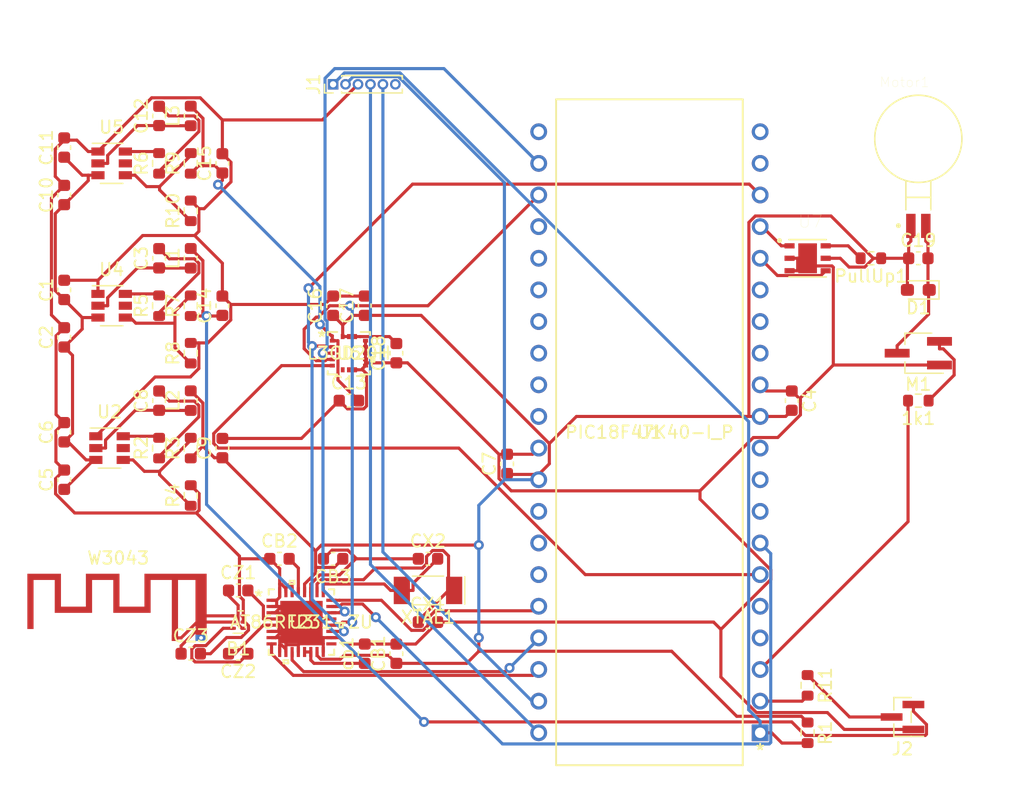
<source format=kicad_pcb>
(kicad_pcb (version 20171130) (host pcbnew "(5.1.9)-1")
  (layers (0 F.Cu signal) (31 B.Cu signal) (34 B.Paste user) (35 F.Paste user) (36 B.SilkS user) (37 F.SilkS user) (38 B.Mask user) (39 F.Mask user) (44 Edge.Cuts user))
  (net 0 "")
  (net 1 MOTOR_OUT)
  (net 2 "Net-(1k1-Pad1)")
  (net 3 "Net-(B1-Pad1)")
  (net 4 "Net-(B1-Pad2)")
  (net 5 "Net-(B1-Pad3)")
  (net 6 "Net-(B1-Pad4)")
  (net 7 GND)
  (net 8 VCC)
  (net 9 "Net-(C3-Pad2)")
  (net 10 "Net-(C3-Pad1)")
  (net 11 +3V3)
  (net 12 "Net-(C8-Pad2)")
  (net 13 "Net-(C8-Pad1)")
  (net 14 "Net-(C12-Pad2)")
  (net 15 "Net-(C12-Pad1)")
  (net 16 +1V8)
  (net 17 +5V)
  (net 18 "Net-(C18-Pad2)")
  (net 19 "Net-(C19-Pad2)")
  (net 20 "Net-(U3-Pad13)")
  (net 21 "Net-(CB2-Pad2)")
  (net 22 "Net-(CX1-Pad1)")
  (net 23 "Net-(CX2-Pad2)")
  (net 24 "Net-(CZ1-Pad2)")
  (net 25 "Net-(CZ2-Pad2)")
  (net 26 MCLR)
  (net 27 PGD)
  (net 28 PGC)
  (net 29 "Net-(J1-Pad6)")
  (net 30 "Net-(J2-Pad2)")
  (net 31 "Net-(PullUp1-Pad2)")
  (net 32 "Net-(R2-Pad2)")
  (net 33 "Net-(R3-Pad2)")
  (net 34 "Net-(R5-Pad2)")
  (net 35 "Net-(R6-Pad2)")
  (net 36 "Net-(R7-Pad2)")
  (net 37 "Net-(R10-Pad1)")
  (net 38 LED_DATA)
  (net 39 "Net-(U1-Pad4)")
  (net 40 "Net-(U1-Pad5)")
  (net 41 SPI_CS2)
  (net 42 SPI_CS1)
  (net 43 "Net-(U1-Pad8)")
  (net 44 "Net-(U1-Pad9)")
  (net 45 "Net-(U1-Pad10)")
  (net 46 "Net-(U1-Pad13)")
  (net 47 "Net-(U1-Pad14)")
  (net 48 "Net-(U1-Pad15)")
  (net 49 RH_OUT)
  (net 50 TEMP_OUT)
  (net 51 SPI_CLK)
  (net 52 "Net-(U1-Pad19)")
  (net 53 "Net-(U1-Pad20)")
  (net 54 "Net-(U1-Pad21)")
  (net 55 SPI_MOSI)
  (net 56 SPI_MISO)
  (net 57 "Net-(U1-Pad24)")
  (net 58 "Net-(U1-Pad25)")
  (net 59 "Net-(U1-Pad26)")
  (net 60 "Net-(U1-Pad27)")
  (net 61 "Net-(U1-Pad28)")
  (net 62 "Net-(U1-Pad29)")
  (net 63 "Net-(U1-Pad30)")
  (net 64 "Net-(U1-Pad33)")
  (net 65 "Net-(U1-Pad34)")
  (net 66 "Net-(U1-Pad35)")
  (net 67 IRQ_ZGB)
  (net 68 SLP_TR)
  (net 69 RESET_ZGB)
  (net 70 "Net-(U2-Pad5)")
  (net 71 "Net-(U3-Pad17)")
  (net 72 "Net-(U4-Pad5)")
  (net 73 "Net-(U5-Pad5)")
  (net 74 DRDY_INT2)
  (net 75 INT1)
  (module TempHumFootprint:SON100P300X300X80-7N (layer F.Cu) (at 153.67 72.39)
    (fp_text reference U7 (at 0.23012 -2.94848) (layer F.SilkS) (effects (font (size 1.000504 1.000504) (thickness 0.015))))
    (fp_text value Si7007-A20)
    (pad 1 smd rect (at -1.45 -1) (size 0.81 0.42) (layers F.Cu F.Paste F.Mask) (net 50 TEMP_OUT))
    (pad 2 smd rect (at -1.45 0) (size 0.81 0.42) (layers F.Cu F.Paste F.Mask) (net 7 GND))
    (pad 3 smd rect (at -1.45 1) (size 0.81 0.42) (layers F.Cu F.Paste F.Mask) (net 7 GND))
    (pad 4 smd rect (at 1.45 1) (size 0.81 0.42) (layers F.Cu F.Paste F.Mask) (net 49 RH_OUT))
    (pad 5 smd rect (at 1.45 0) (size 0.81 0.42) (layers F.Cu F.Paste F.Mask) (net 11 +3V3))
    (pad 6 smd rect (at 1.45 -1) (size 0.81 0.42) (layers F.Cu F.Paste F.Mask) (net 31 "Net-(PullUp1-Pad2)"))
    (pad 7 smd rect (at 0 0) (size 1.5 2.4) (layers F.Cu F.Mask) (net 7 GND))
  )
  (module Resistor_SMD:R_0603_1608Metric (layer F.Cu) (at 162.56 83.82 180)
    (fp_text reference 1k1 (at 0 -1.43) (layer F.SilkS))
    (fp_text value R)
    (pad 2 smd roundrect (at 0.825 0 180) (size 0.8 0.95) (layers F.Cu F.Paste F.Mask) (net 1 MOTOR_OUT))
    (pad 1 smd roundrect (at -0.825 0 180) (size 0.8 0.95) (layers F.Cu F.Paste F.Mask) (net 2 "Net-(1k1-Pad1)"))
  )
  (module RF_Converter:Balun_Johanson_1.6x0.8mm (layer F.Cu) (at 107.95 101.6)
    (fp_text reference B1 (at 0.01 2.15) (layer F.SilkS))
    (fp_text value 2450FB15L0001E)
    (pad 1 smd roundrect (at -0.41 -0.5 180) (size 0.45 0.25) (layers F.Cu F.Paste F.Mask) (net 3 "Net-(B1-Pad1)"))
    (pad 2 smd roundrect (at -0.41 0) (size 0.45 0.25) (layers F.Cu F.Paste F.Mask) (net 4 "Net-(B1-Pad2)"))
    (pad 3 smd roundrect (at -0.41 0.5) (size 0.45 0.25) (layers F.Cu F.Paste F.Mask) (net 5 "Net-(B1-Pad3)"))
    (pad 4 smd roundrect (at 0.41 0.5) (size 0.45 0.25) (layers F.Cu F.Paste F.Mask) (net 6 "Net-(B1-Pad4)"))
    (pad 5 smd roundrect (at 0.41 0) (size 0.45 0.25) (layers F.Cu F.Paste F.Mask) (net 7 GND))
    (pad 6 smd roundrect (at 0.41 -0.5) (size 0.45 0.25) (layers F.Cu F.Paste F.Mask) (net 7 GND))
  )
  (module Capacitor_SMD:C_0603_1608Metric (layer F.Cu) (at 93.98 74.93 90)
    (fp_text reference C1 (at 0 -1.43 90) (layer F.SilkS))
    (fp_text value 10uF)
    (pad 2 smd roundrect (at 0.775 0 90) (size 0.9 0.95) (layers F.Cu F.Paste F.Mask) (net 7 GND))
    (pad 1 smd roundrect (at -0.775 0 90) (size 0.9 0.95) (layers F.Cu F.Paste F.Mask) (net 8 VCC))
  )
  (module Capacitor_SMD:C_0603_1608Metric (layer F.Cu) (at 93.98 78.74 90)
    (fp_text reference C2 (at 0 -1.43 90) (layer F.SilkS))
    (fp_text value 100nF)
    (pad 1 smd roundrect (at -0.775 0 90) (size 0.9 0.95) (layers F.Cu F.Paste F.Mask) (net 8 VCC))
    (pad 2 smd roundrect (at 0.775 0 90) (size 0.9 0.95) (layers F.Cu F.Paste F.Mask) (net 7 GND))
  )
  (module Capacitor_SMD:C_0603_1608Metric (layer F.Cu) (at 101.6 72.39 90)
    (fp_text reference C3 (at 0 -1.43 90) (layer F.SilkS))
    (fp_text value 100nF)
    (pad 2 smd roundrect (at 0.775 0 90) (size 0.9 0.95) (layers F.Cu F.Paste F.Mask) (net 9 "Net-(C3-Pad2)"))
    (pad 1 smd roundrect (at -0.775 0 90) (size 0.9 0.95) (layers F.Cu F.Paste F.Mask) (net 10 "Net-(C3-Pad1)"))
  )
  (module Capacitor_SMD:C_0603_1608Metric (layer F.Cu) (at 152.4 83.82 270)
    (fp_text reference C4 (at 0 -1.43 90) (layer F.SilkS))
    (fp_text value 0.1uF)
    (pad 2 smd roundrect (at 0.775 0 270) (size 0.9 0.95) (layers F.Cu F.Paste F.Mask) (net 11 +3V3))
    (pad 1 smd roundrect (at -0.775 0 270) (size 0.9 0.95) (layers F.Cu F.Paste F.Mask) (net 7 GND))
  )
  (module Capacitor_SMD:C_0603_1608Metric (layer F.Cu) (at 93.98 90.17 90)
    (fp_text reference C5 (at 0 -1.43 90) (layer F.SilkS))
    (fp_text value 10uF)
    (pad 1 smd roundrect (at -0.775 0 90) (size 0.9 0.95) (layers F.Cu F.Paste F.Mask) (net 8 VCC))
    (pad 2 smd roundrect (at 0.775 0 90) (size 0.9 0.95) (layers F.Cu F.Paste F.Mask) (net 7 GND))
  )
  (module Capacitor_SMD:C_0603_1608Metric (layer F.Cu) (at 93.98 86.36 90)
    (fp_text reference C6 (at 0 -1.43 90) (layer F.SilkS))
    (fp_text value 100nF)
    (pad 1 smd roundrect (at -0.775 0 90) (size 0.9 0.95) (layers F.Cu F.Paste F.Mask) (net 8 VCC))
    (pad 2 smd roundrect (at 0.775 0 90) (size 0.9 0.95) (layers F.Cu F.Paste F.Mask) (net 7 GND))
  )
  (module Capacitor_SMD:C_0603_1608Metric (layer F.Cu) (at 129.54 88.9 90)
    (fp_text reference C7 (at 0 -1.43 90) (layer F.SilkS))
    (fp_text value 0.1uF)
    (pad 1 smd roundrect (at -0.775 0 90) (size 0.9 0.95) (layers F.Cu F.Paste F.Mask) (net 11 +3V3))
    (pad 2 smd roundrect (at 0.775 0 90) (size 0.9 0.95) (layers F.Cu F.Paste F.Mask) (net 7 GND))
  )
  (module Capacitor_SMD:C_0603_1608Metric (layer F.Cu) (at 101.6 83.82 90)
    (fp_text reference C8 (at 0 -1.43 90) (layer F.SilkS))
    (fp_text value 100nF)
    (pad 2 smd roundrect (at 0.775 0 90) (size 0.9 0.95) (layers F.Cu F.Paste F.Mask) (net 12 "Net-(C8-Pad2)"))
    (pad 1 smd roundrect (at -0.775 0 90) (size 0.9 0.95) (layers F.Cu F.Paste F.Mask) (net 13 "Net-(C8-Pad1)"))
  )
  (module Capacitor_SMD:C_0603_1608Metric (layer F.Cu) (at 106.68 87.63 90)
    (fp_text reference C9 (at 0 -1.43 90) (layer F.SilkS))
    (fp_text value 22uF)
    (pad 1 smd roundrect (at -0.775 0 90) (size 0.9 0.95) (layers F.Cu F.Paste F.Mask) (net 11 +3V3))
    (pad 2 smd roundrect (at 0.775 0 90) (size 0.9 0.95) (layers F.Cu F.Paste F.Mask) (net 7 GND))
  )
  (module Capacitor_SMD:C_0603_1608Metric (layer F.Cu) (at 93.98 67.31 90)
    (fp_text reference C10 (at 0 -1.43 90) (layer F.SilkS))
    (fp_text value 10uF)
    (pad 2 smd roundrect (at 0.775 0 90) (size 0.9 0.95) (layers F.Cu F.Paste F.Mask) (net 7 GND))
    (pad 1 smd roundrect (at -0.775 0 90) (size 0.9 0.95) (layers F.Cu F.Paste F.Mask) (net 8 VCC))
  )
  (module Capacitor_SMD:C_0603_1608Metric (layer F.Cu) (at 93.98 63.5 90)
    (fp_text reference C11 (at 0 -1.43 90) (layer F.SilkS))
    (fp_text value 100nF)
    (pad 1 smd roundrect (at -0.775 0 90) (size 0.9 0.95) (layers F.Cu F.Paste F.Mask) (net 8 VCC))
    (pad 2 smd roundrect (at 0.775 0 90) (size 0.9 0.95) (layers F.Cu F.Paste F.Mask) (net 7 GND))
  )
  (module Capacitor_SMD:C_0603_1608Metric (layer F.Cu) (at 101.6 60.96 90)
    (fp_text reference C12 (at 0 -1.43 90) (layer F.SilkS))
    (fp_text value 100nF)
    (pad 2 smd roundrect (at 0.775 0 90) (size 0.9 0.95) (layers F.Cu F.Paste F.Mask) (net 14 "Net-(C12-Pad2)"))
    (pad 1 smd roundrect (at -0.775 0 90) (size 0.9 0.95) (layers F.Cu F.Paste F.Mask) (net 15 "Net-(C12-Pad1)"))
  )
  (module Capacitor_SMD:C_0603_1608Metric (layer F.Cu) (at 116.84 83.82)
    (fp_text reference C13 (at 0 -1.43) (layer F.SilkS))
    (fp_text value 100nF)
    (pad 1 smd roundrect (at -0.775 0) (size 0.9 0.95) (layers F.Cu F.Paste F.Mask) (net 7 GND))
    (pad 2 smd roundrect (at 0.775 0) (size 0.9 0.95) (layers F.Cu F.Paste F.Mask) (net 16 +1V8))
  )
  (module Capacitor_SMD:C_0603_1608Metric (layer F.Cu) (at 106.68 76.2 90)
    (fp_text reference C14 (at 0 -1.43 90) (layer F.SilkS))
    (fp_text value 22uF)
    (pad 2 smd roundrect (at 0.775 0 90) (size 0.9 0.95) (layers F.Cu F.Paste F.Mask) (net 7 GND))
    (pad 1 smd roundrect (at -0.775 0 90) (size 0.9 0.95) (layers F.Cu F.Paste F.Mask) (net 17 +5V))
  )
  (module Capacitor_SMD:C_0603_1608Metric (layer F.Cu) (at 106.68 64.77 90)
    (fp_text reference C15 (at 0 -1.43 90) (layer F.SilkS))
    (fp_text value 22uF)
    (pad 1 smd roundrect (at -0.775 0 90) (size 0.9 0.95) (layers F.Cu F.Paste F.Mask) (net 16 +1V8))
    (pad 2 smd roundrect (at 0.775 0 90) (size 0.9 0.95) (layers F.Cu F.Paste F.Mask) (net 7 GND))
  )
  (module Capacitor_SMD:C_0603_1608Metric (layer F.Cu) (at 115.57 76.2 90)
    (fp_text reference C16 (at 0 -1.43 90) (layer F.SilkS))
    (fp_text value 10uF)
    (pad 2 smd roundrect (at 0.775 0 90) (size 0.9 0.95) (layers F.Cu F.Paste F.Mask) (net 7 GND))
    (pad 1 smd roundrect (at -0.775 0 90) (size 0.9 0.95) (layers F.Cu F.Paste F.Mask) (net 11 +3V3))
  )
  (module Capacitor_SMD:C_0603_1608Metric (layer F.Cu) (at 118.11 76.2 90)
    (fp_text reference C17 (at 0 -1.43 90) (layer F.SilkS))
    (fp_text value 100nF)
    (pad 2 smd roundrect (at 0.775 0 90) (size 0.9 0.95) (layers F.Cu F.Paste F.Mask) (net 7 GND))
    (pad 1 smd roundrect (at -0.775 0 90) (size 0.9 0.95) (layers F.Cu F.Paste F.Mask) (net 11 +3V3))
  )
  (module Capacitor_SMD:C_0603_1608Metric (layer F.Cu) (at 120.65 80.01 90)
    (fp_text reference C18 (at 0 -1.43 90) (layer F.SilkS))
    (fp_text value 10uF)
    (pad 1 smd roundrect (at -0.775 0 90) (size 0.9 0.95) (layers F.Cu F.Paste F.Mask) (net 7 GND))
    (pad 2 smd roundrect (at 0.775 0 90) (size 0.9 0.95) (layers F.Cu F.Paste F.Mask) (net 18 "Net-(C18-Pad2)"))
  )
  (module Capacitor_SMD:C_0603_1608Metric (layer F.Cu) (at 162.56 72.39)
    (fp_text reference C19 (at 0 -1.43) (layer F.SilkS))
    (fp_text value 0.1uF)
    (pad 1 smd roundrect (at -0.775 0) (size 0.9 0.95) (layers F.Cu F.Paste F.Mask) (net 11 +3V3))
    (pad 2 smd roundrect (at 0.775 0) (size 0.9 0.95) (layers F.Cu F.Paste F.Mask) (net 19 "Net-(C19-Pad2)"))
  )
  (module Capacitor_SMD:C_0603_1608Metric (layer F.Cu) (at 120.65 104.14 90)
    (fp_text reference CB1 (at 0 -1.43 90) (layer F.SilkS))
    (fp_text value 1uF)
    (pad 1 smd roundrect (at -0.775 0 90) (size 0.9 0.95) (layers F.Cu F.Paste F.Mask) (net 11 +3V3))
    (pad 2 smd roundrect (at 0.775 0 90) (size 0.9 0.95) (layers F.Cu F.Paste F.Mask) (net 7 GND))
  )
  (module Capacitor_SMD:C_0603_1608Metric (layer F.Cu) (at 118.11 104.14 90)
    (fp_text reference cb1 (at 0 -1.43 90) (layer F.SilkS))
    (fp_text value 1uF)
    (pad 2 smd roundrect (at 0.775 0 90) (size 0.9 0.95) (layers F.Cu F.Paste F.Mask) (net 7 GND))
    (pad 1 smd roundrect (at -0.775 0 90) (size 0.9 0.95) (layers F.Cu F.Paste F.Mask) (net 20 "Net-(U3-Pad13)"))
  )
  (module Capacitor_SMD:C_0603_1608Metric (layer F.Cu) (at 111.265 96.52)
    (fp_text reference CB2 (at 0 -1.43) (layer F.SilkS))
    (fp_text value 1uF)
    (pad 1 smd roundrect (at -0.775 0) (size 0.9 0.95) (layers F.Cu F.Paste F.Mask) (net 7 GND))
    (pad 2 smd roundrect (at 0.775 0) (size 0.9 0.95) (layers F.Cu F.Paste F.Mask) (net 21 "Net-(CB2-Pad2)"))
  )
  (module Capacitor_SMD:C_0603_1608Metric (layer F.Cu) (at 115.57 96.52 180)
    (fp_text reference CB3 (at 0 -1.43) (layer F.SilkS))
    (fp_text value 1uF)
    (pad 2 smd roundrect (at 0.775 0 180) (size 0.9 0.95) (layers F.Cu F.Paste F.Mask) (net 7 GND))
    (pad 1 smd roundrect (at -0.775 0 180) (size 0.9 0.95) (layers F.Cu F.Paste F.Mask) (net 11 +3V3))
  )
  (module Capacitor_SMD:C_0603_1608Metric (layer F.Cu) (at 123.19 101.6)
    (fp_text reference CX1 (at 0 -1.43) (layer F.SilkS))
    (fp_text value 12pF)
    (pad 2 smd roundrect (at 0.775 0) (size 0.9 0.95) (layers F.Cu F.Paste F.Mask) (net 7 GND))
    (pad 1 smd roundrect (at -0.775 0) (size 0.9 0.95) (layers F.Cu F.Paste F.Mask) (net 22 "Net-(CX1-Pad1)"))
  )
  (module Capacitor_SMD:C_0603_1608Metric (layer F.Cu) (at 123.19 96.52)
    (fp_text reference CX2 (at 0 -1.43) (layer F.SilkS))
    (fp_text value 12pF)
    (pad 1 smd roundrect (at -0.775 0) (size 0.9 0.95) (layers F.Cu F.Paste F.Mask) (net 7 GND))
    (pad 2 smd roundrect (at 0.775 0) (size 0.9 0.95) (layers F.Cu F.Paste F.Mask) (net 23 "Net-(CX2-Pad2)"))
  )
  (module Capacitor_SMD:C_0603_1608Metric (layer F.Cu) (at 107.95 99.06)
    (fp_text reference CZ1 (at 0 -1.43) (layer F.SilkS))
    (fp_text value 22pF)
    (pad 1 smd roundrect (at -0.775 0) (size 0.9 0.95) (layers F.Cu F.Paste F.Mask) (net 6 "Net-(B1-Pad4)"))
    (pad 2 smd roundrect (at 0.775 0) (size 0.9 0.95) (layers F.Cu F.Paste F.Mask) (net 24 "Net-(CZ1-Pad2)"))
  )
  (module Capacitor_SMD:C_0603_1608Metric (layer F.Cu) (at 107.95 104.14 180)
    (fp_text reference CZ2 (at 0 -1.43) (layer F.SilkS))
    (fp_text value 22pF)
    (pad 2 smd roundrect (at 0.775 0 180) (size 0.9 0.95) (layers F.Cu F.Paste F.Mask) (net 25 "Net-(CZ2-Pad2)"))
    (pad 1 smd roundrect (at -0.775 0 180) (size 0.9 0.95) (layers F.Cu F.Paste F.Mask) (net 5 "Net-(B1-Pad3)"))
  )
  (module Capacitor_SMD:C_0603_1608Metric (layer F.Cu) (at 104.14 104.14)
    (fp_text reference CZ3 (at 0 -1.43) (layer F.SilkS))
    (fp_text value 22pF)
    (pad 2 smd roundrect (at 0.775 0) (size 0.9 0.95) (layers F.Cu F.Paste F.Mask) (net 7 GND))
    (pad 1 smd roundrect (at -0.775 0) (size 0.9 0.95) (layers F.Cu F.Paste F.Mask) (net 4 "Net-(B1-Pad2)"))
  )
  (module Diode_SMD:D_0603_1608Metric_Pad1.05x0.95mm_HandSolder (layer F.Cu) (at 162.56 74.93 180)
    (fp_text reference D1 (at 0 -1.43) (layer F.SilkS))
    (fp_text value DIODE)
    (pad 1 smd roundrect (at -0.875 0 180) (size 1.05 0.95) (layers F.Cu F.Paste F.Mask) (net 19 "Net-(C19-Pad2)"))
    (pad 2 smd roundrect (at 0.875 0 180) (size 1.05 0.95) (layers F.Cu F.Paste F.Mask) (net 11 +3V3))
  )
  (module Connector_PinHeader_1.00mm:PinHeader_1x06_P1.00mm_Vertical (layer F.Cu) (at 115.57 58.42 90)
    (fp_text reference J1 (at 0 -1.56 90) (layer F.SilkS))
    (fp_text value Conn_01x06_Male)
    (pad 1 thru_hole rect (at 0 0 90) (size 0.85 0.85) (drill 0.5) (layers *.Cu *.Mask) (net 26 MCLR))
    (pad 2 thru_hole oval (at 0 1 90) (size 0.85 0.85) (drill 0.5) (layers *.Cu *.Mask) (net 11 +3V3))
    (pad 3 thru_hole oval (at 0 2 90) (size 0.85 0.85) (drill 0.5) (layers *.Cu *.Mask) (net 7 GND))
    (pad 4 thru_hole oval (at 0 3 90) (size 0.85 0.85) (drill 0.5) (layers *.Cu *.Mask) (net 27 PGD))
    (pad 5 thru_hole oval (at 0 4 90) (size 0.85 0.85) (drill 0.5) (layers *.Cu *.Mask) (net 28 PGC))
    (pad 6 thru_hole oval (at 0 5 90) (size 0.85 0.85) (drill 0.5) (layers *.Cu *.Mask) (net 29 "Net-(J1-Pad6)"))
  )
  (module Connector_PinHeader_1.00mm:PinHeader_1x03_P1.00mm_Vertical_SMD_Pin1Left (layer F.Cu) (at 161.29 109.22 180)
    (fp_text reference J2 (at 0 -2.56) (layer F.SilkS))
    (fp_text value Conn_01x03_Male)
    (pad 1 smd rect (at -0.875 -1 180) (size 1.75 0.6) (layers F.Cu F.Paste F.Mask) (net 7 GND))
    (pad 3 smd rect (at -0.875 1 180) (size 1.75 0.6) (layers F.Cu F.Paste F.Mask) (net 17 +5V))
    (pad 2 smd rect (at 0.875 0 180) (size 1.75 0.6) (layers F.Cu F.Paste F.Mask) (net 30 "Net-(J2-Pad2)"))
  )
  (module Inductor_SMD:L_0603_1608Metric (layer F.Cu) (at 104.14 72.39 90)
    (fp_text reference L1 (at 0 -1.43 90) (layer F.SilkS))
    (fp_text value 5.6uH)
    (pad 2 smd roundrect (at 0.7875 0 90) (size 0.875 0.95) (layers F.Cu F.Paste F.Mask) (net 17 +5V))
    (pad 1 smd roundrect (at -0.7875 0 90) (size 0.875 0.95) (layers F.Cu F.Paste F.Mask) (net 10 "Net-(C3-Pad1)"))
  )
  (module Inductor_SMD:L_0603_1608Metric (layer F.Cu) (at 104.14 83.82 90)
    (fp_text reference L2 (at 0 -1.43 90) (layer F.SilkS))
    (fp_text value 4.7uH)
    (pad 1 smd roundrect (at -0.7875 0 90) (size 0.875 0.95) (layers F.Cu F.Paste F.Mask) (net 13 "Net-(C8-Pad1)"))
    (pad 2 smd roundrect (at 0.7875 0 90) (size 0.875 0.95) (layers F.Cu F.Paste F.Mask) (net 11 +3V3))
  )
  (module Inductor_SMD:L_0603_1608Metric (layer F.Cu) (at 104.14 60.96 90)
    (fp_text reference L3 (at 0 -1.43 90) (layer F.SilkS))
    (fp_text value 2.2uH)
    (pad 1 smd roundrect (at -0.7875 0 90) (size 0.875 0.95) (layers F.Cu F.Paste F.Mask) (net 15 "Net-(C12-Pad1)"))
    (pad 2 smd roundrect (at 0.7875 0 90) (size 0.875 0.95) (layers F.Cu F.Paste F.Mask) (net 16 +1V8))
  )
  (module Package_TO_SOT_SMD:SOT-23W_Handsoldering (layer F.Cu) (at 162.56 80.01 180)
    (fp_text reference M1 (at 0 -2.5) (layer F.SilkS))
    (fp_text value MNMOS)
    (pad 1 smd rect (at -1.7 -0.95 180) (size 2 0.7) (layers F.Cu F.Paste F.Mask) (net 7 GND))
    (pad 2 smd rect (at -1.7 0.95 180) (size 2 0.7) (layers F.Cu F.Paste F.Mask) (net 2 "Net-(1k1-Pad1)"))
    (pad 3 smd rect (at 1.7 0 180) (size 2 0.7) (layers F.Cu F.Paste F.Mask) (net 19 "Net-(C19-Pad2)"))
  )
  (module VibrationMotorFootprint:XDCR_C0720B001F (layer F.Cu) (at 162.56 64.77)
    (fp_text reference Motor1 (at -1.10326 -6.51915) (layer F.SilkS) (effects (font (size 0.789717 0.789717) (thickness 0.015))))
    (fp_text value C0720B001F)
    (pad 1 smd rect (at -0.6 5.02) (size 0.76 1.94) (layers F.Cu F.Paste F.Mask) (net 11 +3V3))
    (pad 2 smd rect (at 0.6 5.02) (size 0.76 1.94) (layers F.Cu F.Paste F.Mask) (net 19 "Net-(C19-Pad2)"))
  )
  (module Resistor_SMD:R_0603_1608Metric (layer F.Cu) (at 158.75 72.39 180)
    (fp_text reference PullUp1 (at 0 -1.43) (layer F.SilkS))
    (fp_text value 10k)
    (pad 1 smd roundrect (at -0.825 0 180) (size 0.8 0.95) (layers F.Cu F.Paste F.Mask) (net 11 +3V3))
    (pad 2 smd roundrect (at 0.825 0 180) (size 0.8 0.95) (layers F.Cu F.Paste F.Mask) (net 31 "Net-(PullUp1-Pad2)"))
  )
  (module Resistor_SMD:R_0603_1608Metric (layer F.Cu) (at 153.67 110.49 270)
    (fp_text reference R1 (at 0 -1.43 90) (layer F.SilkS))
    (fp_text value 1k)
    (pad 1 smd roundrect (at -0.825 0 270) (size 0.8 0.95) (layers F.Cu F.Paste F.Mask) (net 11 +3V3))
    (pad 2 smd roundrect (at 0.825 0 270) (size 0.8 0.95) (layers F.Cu F.Paste F.Mask) (net 26 MCLR))
  )
  (module Resistor_SMD:R_0603_1608Metric (layer F.Cu) (at 101.6 87.63 90)
    (fp_text reference R2 (at 0 -1.43 90) (layer F.SilkS))
    (fp_text value 30)
    (pad 1 smd roundrect (at -0.825 0 90) (size 0.8 0.95) (layers F.Cu F.Paste F.Mask) (net 12 "Net-(C8-Pad2)"))
    (pad 2 smd roundrect (at 0.825 0 90) (size 0.8 0.95) (layers F.Cu F.Paste F.Mask) (net 32 "Net-(R2-Pad2)"))
  )
  (module Resistor_SMD:R_0603_1608Metric (layer F.Cu) (at 104.14 87.63 90)
    (fp_text reference R3 (at 0 -1.43 90) (layer F.SilkS))
    (fp_text value 30.9k)
    (pad 2 smd roundrect (at 0.825 0 90) (size 0.8 0.95) (layers F.Cu F.Paste F.Mask) (net 33 "Net-(R3-Pad2)"))
    (pad 1 smd roundrect (at -0.825 0 90) (size 0.8 0.95) (layers F.Cu F.Paste F.Mask) (net 11 +3V3))
  )
  (module Resistor_SMD:R_0603_1608Metric (layer F.Cu) (at 104.14 91.44 90)
    (fp_text reference R4 (at 0 -1.43 90) (layer F.SilkS))
    (fp_text value 10k)
    (pad 1 smd roundrect (at -0.825 0 90) (size 0.8 0.95) (layers F.Cu F.Paste F.Mask) (net 33 "Net-(R3-Pad2)"))
    (pad 2 smd roundrect (at 0.825 0 90) (size 0.8 0.95) (layers F.Cu F.Paste F.Mask) (net 7 GND))
  )
  (module Resistor_SMD:R_0603_1608Metric (layer F.Cu) (at 101.6 76.2 90)
    (fp_text reference R5 (at 0 -1.43 90) (layer F.SilkS))
    (fp_text value 30)
    (pad 1 smd roundrect (at -0.825 0 90) (size 0.8 0.95) (layers F.Cu F.Paste F.Mask) (net 9 "Net-(C3-Pad2)"))
    (pad 2 smd roundrect (at 0.825 0 90) (size 0.8 0.95) (layers F.Cu F.Paste F.Mask) (net 34 "Net-(R5-Pad2)"))
  )
  (module Resistor_SMD:R_0603_1608Metric (layer F.Cu) (at 101.6 64.77 90)
    (fp_text reference R6 (at 0 -1.43 90) (layer F.SilkS))
    (fp_text value 30)
    (pad 1 smd roundrect (at -0.825 0 90) (size 0.8 0.95) (layers F.Cu F.Paste F.Mask) (net 14 "Net-(C12-Pad2)"))
    (pad 2 smd roundrect (at 0.825 0 90) (size 0.8 0.95) (layers F.Cu F.Paste F.Mask) (net 35 "Net-(R6-Pad2)"))
  )
  (module Resistor_SMD:R_0603_1608Metric (layer F.Cu) (at 104.14 76.2 90)
    (fp_text reference R7 (at 0 -1.43 90) (layer F.SilkS))
    (fp_text value 52.3k)
    (pad 1 smd roundrect (at -0.825 0 90) (size 0.8 0.95) (layers F.Cu F.Paste F.Mask) (net 17 +5V))
    (pad 2 smd roundrect (at 0.825 0 90) (size 0.8 0.95) (layers F.Cu F.Paste F.Mask) (net 36 "Net-(R7-Pad2)"))
  )
  (module Resistor_SMD:R_0603_1608Metric (layer F.Cu) (at 104.14 80.01 90)
    (fp_text reference R8 (at 0 -1.43 90) (layer F.SilkS))
    (fp_text value 10k)
    (pad 2 smd roundrect (at 0.825 0 90) (size 0.8 0.95) (layers F.Cu F.Paste F.Mask) (net 7 GND))
    (pad 1 smd roundrect (at -0.825 0 90) (size 0.8 0.95) (layers F.Cu F.Paste F.Mask) (net 36 "Net-(R7-Pad2)"))
  )
  (module Resistor_SMD:R_0603_1608Metric (layer F.Cu) (at 104.14 64.77 90)
    (fp_text reference R9 (at 0 -1.43 90) (layer F.SilkS))
    (fp_text value 12.4k)
    (pad 2 smd roundrect (at 0.825 0 90) (size 0.8 0.95) (layers F.Cu F.Paste F.Mask) (net 37 "Net-(R10-Pad1)"))
    (pad 1 smd roundrect (at -0.825 0 90) (size 0.8 0.95) (layers F.Cu F.Paste F.Mask) (net 16 +1V8))
  )
  (module Resistor_SMD:R_0603_1608Metric (layer F.Cu) (at 104.14 68.58 90)
    (fp_text reference R10 (at 0 -1.43 90) (layer F.SilkS))
    (fp_text value 10k)
    (pad 1 smd roundrect (at -0.825 0 90) (size 0.8 0.95) (layers F.Cu F.Paste F.Mask) (net 37 "Net-(R10-Pad1)"))
    (pad 2 smd roundrect (at 0.825 0 90) (size 0.8 0.95) (layers F.Cu F.Paste F.Mask) (net 7 GND))
  )
  (module Resistor_SMD:R_0603_1608Metric (layer F.Cu) (at 153.67 106.68 270)
    (fp_text reference R11 (at 0 -1.43 90) (layer F.SilkS))
    (fp_text value 330)
    (pad 2 smd roundrect (at 0.825 0 270) (size 0.8 0.95) (layers F.Cu F.Paste F.Mask) (net 38 LED_DATA))
    (pad 1 smd roundrect (at -0.825 0 270) (size 0.8 0.95) (layers F.Cu F.Paste F.Mask) (net 30 "Net-(J2-Pad2)"))
  )
  (module PIC18Footprint:PIC18F47K40-I&slash_P (layer F.Cu) (at 149.86 110.49 180)
    (fp_text reference U1 (at 8.89 24.13) (layer F.SilkS))
    (fp_text value PIC18F47K40-I_P (at 8.89 24.13) (layer F.SilkS))
    (fp_text user * (at 0 -1.4351) (layer F.SilkS))
    (fp_text user * (at 0 -1.4351) (layer F.SilkS))
    (pad 1 thru_hole rect (at 0 0 180) (size 1.3462 1.3462) (drill 0.8382) (layers *.Cu *.Mask) (net 26 MCLR))
    (pad 2 thru_hole circle (at 0 2.54 180) (size 1.3462 1.3462) (drill 0.8382) (layers *.Cu *.Mask) (net 38 LED_DATA))
    (pad 3 thru_hole circle (at 0 5.08 180) (size 1.3462 1.3462) (drill 0.8382) (layers *.Cu *.Mask) (net 1 MOTOR_OUT))
    (pad 4 thru_hole circle (at 0 7.62 180) (size 1.3462 1.3462) (drill 0.8382) (layers *.Cu *.Mask) (net 39 "Net-(U1-Pad4)"))
    (pad 5 thru_hole circle (at 0 10.16 180) (size 1.3462 1.3462) (drill 0.8382) (layers *.Cu *.Mask) (net 40 "Net-(U1-Pad5)"))
    (pad 6 thru_hole circle (at 0 12.7 180) (size 1.3462 1.3462) (drill 0.8382) (layers *.Cu *.Mask) (net 41 SPI_CS2))
    (pad 7 thru_hole circle (at 0 15.24 180) (size 1.3462 1.3462) (drill 0.8382) (layers *.Cu *.Mask) (net 42 SPI_CS1))
    (pad 8 thru_hole circle (at 0 17.78 180) (size 1.3462 1.3462) (drill 0.8382) (layers *.Cu *.Mask) (net 43 "Net-(U1-Pad8)"))
    (pad 9 thru_hole circle (at 0 20.32 180) (size 1.3462 1.3462) (drill 0.8382) (layers *.Cu *.Mask) (net 44 "Net-(U1-Pad9)"))
    (pad 10 thru_hole circle (at 0 22.86 180) (size 1.3462 1.3462) (drill 0.8382) (layers *.Cu *.Mask) (net 45 "Net-(U1-Pad10)"))
    (pad 11 thru_hole circle (at 0 25.4 180) (size 1.3462 1.3462) (drill 0.8382) (layers *.Cu *.Mask) (net 11 +3V3))
    (pad 12 thru_hole circle (at 0 27.94 180) (size 1.3462 1.3462) (drill 0.8382) (layers *.Cu *.Mask) (net 7 GND))
    (pad 13 thru_hole circle (at 0 30.48 180) (size 1.3462 1.3462) (drill 0.8382) (layers *.Cu *.Mask) (net 46 "Net-(U1-Pad13)"))
    (pad 14 thru_hole circle (at 0 33.02 180) (size 1.3462 1.3462) (drill 0.8382) (layers *.Cu *.Mask) (net 47 "Net-(U1-Pad14)"))
    (pad 15 thru_hole circle (at 0 35.56 180) (size 1.3462 1.3462) (drill 0.8382) (layers *.Cu *.Mask) (net 48 "Net-(U1-Pad15)"))
    (pad 16 thru_hole circle (at 0 38.1 180) (size 1.3462 1.3462) (drill 0.8382) (layers *.Cu *.Mask) (net 49 RH_OUT))
    (pad 17 thru_hole circle (at 0 40.64 180) (size 1.3462 1.3462) (drill 0.8382) (layers *.Cu *.Mask) (net 50 TEMP_OUT))
    (pad 18 thru_hole circle (at 0 43.18 180) (size 1.3462 1.3462) (drill 0.8382) (layers *.Cu *.Mask) (net 51 SPI_CLK))
    (pad 19 thru_hole circle (at 0 45.72 180) (size 1.3462 1.3462) (drill 0.8382) (layers *.Cu *.Mask) (net 52 "Net-(U1-Pad19)"))
    (pad 20 thru_hole circle (at 0 48.26 180) (size 1.3462 1.3462) (drill 0.8382) (layers *.Cu *.Mask) (net 53 "Net-(U1-Pad20)"))
    (pad 21 thru_hole circle (at 17.78 48.26 180) (size 1.3462 1.3462) (drill 0.8382) (layers *.Cu *.Mask) (net 54 "Net-(U1-Pad21)"))
    (pad 22 thru_hole circle (at 17.78 45.72 180) (size 1.3462 1.3462) (drill 0.8382) (layers *.Cu *.Mask) (net 55 SPI_MOSI))
    (pad 23 thru_hole circle (at 17.78 43.18 180) (size 1.3462 1.3462) (drill 0.8382) (layers *.Cu *.Mask) (net 56 SPI_MISO))
    (pad 24 thru_hole circle (at 17.78 40.64 180) (size 1.3462 1.3462) (drill 0.8382) (layers *.Cu *.Mask) (net 57 "Net-(U1-Pad24)"))
    (pad 25 thru_hole circle (at 17.78 38.1 180) (size 1.3462 1.3462) (drill 0.8382) (layers *.Cu *.Mask) (net 58 "Net-(U1-Pad25)"))
    (pad 26 thru_hole circle (at 17.78 35.56 180) (size 1.3462 1.3462) (drill 0.8382) (layers *.Cu *.Mask) (net 59 "Net-(U1-Pad26)"))
    (pad 27 thru_hole circle (at 17.78 33.02 180) (size 1.3462 1.3462) (drill 0.8382) (layers *.Cu *.Mask) (net 60 "Net-(U1-Pad27)"))
    (pad 28 thru_hole circle (at 17.78 30.48 180) (size 1.3462 1.3462) (drill 0.8382) (layers *.Cu *.Mask) (net 61 "Net-(U1-Pad28)"))
    (pad 29 thru_hole circle (at 17.78 27.94 180) (size 1.3462 1.3462) (drill 0.8382) (layers *.Cu *.Mask) (net 62 "Net-(U1-Pad29)"))
    (pad 30 thru_hole circle (at 17.78 25.4 180) (size 1.3462 1.3462) (drill 0.8382) (layers *.Cu *.Mask) (net 63 "Net-(U1-Pad30)"))
    (pad 31 thru_hole circle (at 17.78 22.86 180) (size 1.3462 1.3462) (drill 0.8382) (layers *.Cu *.Mask) (net 7 GND))
    (pad 32 thru_hole circle (at 17.78 20.32 180) (size 1.3462 1.3462) (drill 0.8382) (layers *.Cu *.Mask) (net 11 +3V3))
    (pad 33 thru_hole circle (at 17.78 17.78 180) (size 1.3462 1.3462) (drill 0.8382) (layers *.Cu *.Mask) (net 64 "Net-(U1-Pad33)"))
    (pad 34 thru_hole circle (at 17.78 15.24 180) (size 1.3462 1.3462) (drill 0.8382) (layers *.Cu *.Mask) (net 65 "Net-(U1-Pad34)"))
    (pad 35 thru_hole circle (at 17.78 12.7 180) (size 1.3462 1.3462) (drill 0.8382) (layers *.Cu *.Mask) (net 66 "Net-(U1-Pad35)"))
    (pad 36 thru_hole circle (at 17.78 10.16 180) (size 1.3462 1.3462) (drill 0.8382) (layers *.Cu *.Mask) (net 67 IRQ_ZGB))
    (pad 37 thru_hole circle (at 17.78 7.62 180) (size 1.3462 1.3462) (drill 0.8382) (layers *.Cu *.Mask) (net 68 SLP_TR))
    (pad 38 thru_hole circle (at 17.78 5.08 180) (size 1.3462 1.3462) (drill 0.8382) (layers *.Cu *.Mask) (net 69 RESET_ZGB))
    (pad 39 thru_hole circle (at 17.78 2.54 180) (size 1.3462 1.3462) (drill 0.8382) (layers *.Cu *.Mask) (net 28 PGC))
    (pad 40 thru_hole circle (at 17.78 0 180) (size 1.3462 1.3462) (drill 0.8382) (layers *.Cu *.Mask) (net 27 PGD))
  )
  (module Package_TO_SOT_SMD:SOT-23-6 (layer F.Cu) (at 97.62 87.63)
    (fp_text reference U2 (at 0 -2.9) (layer F.SilkS))
    (fp_text value TPS56339DDC)
    (pad 1 smd rect (at -1.1 -0.95) (size 1.06 0.65) (layers F.Cu F.Paste F.Mask) (net 7 GND))
    (pad 2 smd rect (at -1.1 0) (size 1.06 0.65) (layers F.Cu F.Paste F.Mask) (net 13 "Net-(C8-Pad1)"))
    (pad 3 smd rect (at -1.1 0.95) (size 1.06 0.65) (layers F.Cu F.Paste F.Mask) (net 8 VCC))
    (pad 4 smd rect (at 1.1 0.95) (size 1.06 0.65) (layers F.Cu F.Paste F.Mask) (net 33 "Net-(R3-Pad2)"))
    (pad 6 smd rect (at 1.1 -0.95) (size 1.06 0.65) (layers F.Cu F.Paste F.Mask) (net 32 "Net-(R2-Pad2)"))
    (pad 5 smd rect (at 1.1 0) (size 1.06 0.65) (layers F.Cu F.Paste F.Mask) (net 70 "Net-(U2-Pad5)"))
  )
  (module Zigbee:AT86RF231-ZU (layer F.Cu) (at 113.03 101.6)
    (fp_text reference U3 (at 0 0) (layer F.SilkS))
    (fp_text value AT86RF231-ZU (at 0 0) (layer F.SilkS))
    (fp_text user * (at -3.4417 -2) (layer F.SilkS))
    (fp_text user * (at -3.4417 -2) (layer F.SilkS))
    (pad 1 smd rect (at -2.4003 -1.749999 90) (size 0.254 0.8128) (layers F.Cu F.Paste F.Mask) (net 7 GND))
    (pad 2 smd rect (at -2.4003 -1.25 90) (size 0.254 0.8128) (layers F.Cu F.Paste F.Mask) (net 7 GND))
    (pad 3 smd rect (at -2.4003 -0.750001 90) (size 0.254 0.8128) (layers F.Cu F.Paste F.Mask) (net 7 GND))
    (pad 4 smd rect (at -2.4003 -0.25 90) (size 0.254 0.8128) (layers F.Cu F.Paste F.Mask) (net 24 "Net-(CZ1-Pad2)"))
    (pad 5 smd rect (at -2.4003 0.25 90) (size 0.254 0.8128) (layers F.Cu F.Paste F.Mask) (net 25 "Net-(CZ2-Pad2)"))
    (pad 6 smd rect (at -2.4003 0.750001 90) (size 0.254 0.8128) (layers F.Cu F.Paste F.Mask) (net 7 GND))
    (pad 7 smd rect (at -2.4003 1.25 90) (size 0.254 0.8128) (layers F.Cu F.Paste F.Mask) (net 7 GND))
    (pad 8 smd rect (at -2.4003 1.749999 90) (size 0.254 0.8128) (layers F.Cu F.Paste F.Mask) (net 69 RESET_ZGB))
    (pad 9 smd rect (at -1.749999 2.4003) (size 0.254 0.8128) (layers F.Cu F.Paste F.Mask) (net 7 GND))
    (pad 10 smd rect (at -1.25 2.4003) (size 0.254 0.8128) (layers F.Cu F.Paste F.Mask) (net 7 GND))
    (pad 11 smd rect (at -0.750001 2.4003) (size 0.254 0.8128) (layers F.Cu F.Paste F.Mask) (net 68 SLP_TR))
    (pad 12 smd rect (at -0.25 2.4003) (size 0.254 0.8128) (layers F.Cu F.Paste F.Mask) (net 7 GND))
    (pad 13 smd rect (at 0.25 2.4003) (size 0.254 0.8128) (layers F.Cu F.Paste F.Mask) (net 20 "Net-(U3-Pad13)"))
    (pad 14 smd rect (at 0.750001 2.4003) (size 0.254 0.8128) (layers F.Cu F.Paste F.Mask) (net 20 "Net-(U3-Pad13)"))
    (pad 15 smd rect (at 1.25 2.4003) (size 0.254 0.8128) (layers F.Cu F.Paste F.Mask) (net 11 +3V3))
    (pad 16 smd rect (at 1.749999 2.4003) (size 0.254 0.8128) (layers F.Cu F.Paste F.Mask) (net 7 GND))
    (pad 17 smd rect (at 2.4003 1.749999 90) (size 0.254 0.8128) (layers F.Cu F.Paste F.Mask) (net 71 "Net-(U3-Pad17)"))
    (pad 18 smd rect (at 2.4003 1.25 90) (size 0.254 0.8128) (layers F.Cu F.Paste F.Mask) (net 7 GND))
    (pad 19 smd rect (at 2.4003 0.750001 90) (size 0.254 0.8128) (layers F.Cu F.Paste F.Mask) (net 51 SPI_CLK))
    (pad 20 smd rect (at 2.4003 0.25 90) (size 0.254 0.8128) (layers F.Cu F.Paste F.Mask) (net 56 SPI_MISO))
    (pad 21 smd rect (at 2.4003 -0.25 90) (size 0.254 0.8128) (layers F.Cu F.Paste F.Mask) (net 7 GND))
    (pad 22 smd rect (at 2.4003 -0.750001 90) (size 0.254 0.8128) (layers F.Cu F.Paste F.Mask) (net 55 SPI_MOSI))
    (pad 23 smd rect (at 2.4003 -1.25 90) (size 0.254 0.8128) (layers F.Cu F.Paste F.Mask) (net 42 SPI_CS1))
    (pad 24 smd rect (at 2.4003 -1.749999 90) (size 0.254 0.8128) (layers F.Cu F.Paste F.Mask) (net 67 IRQ_ZGB))
    (pad 25 smd rect (at 1.749999 -2.4003) (size 0.254 0.8128) (layers F.Cu F.Paste F.Mask) (net 23 "Net-(CX2-Pad2)"))
    (pad 26 smd rect (at 1.25 -2.4003) (size 0.254 0.8128) (layers F.Cu F.Paste F.Mask) (net 22 "Net-(CX1-Pad1)"))
    (pad 27 smd rect (at 0.750001 -2.4003) (size 0.254 0.8128) (layers F.Cu F.Paste F.Mask) (net 7 GND))
    (pad 28 smd rect (at 0.25 -2.4003) (size 0.254 0.8128) (layers F.Cu F.Paste F.Mask) (net 11 +3V3))
    (pad 29 smd rect (at -0.25 -2.4003) (size 0.254 0.8128) (layers F.Cu F.Paste F.Mask) (net 21 "Net-(CB2-Pad2)"))
    (pad 30 smd rect (at -0.750001 -2.4003) (size 0.254 0.8128) (layers F.Cu F.Paste F.Mask) (net 7 GND))
    (pad 31 smd rect (at -1.25 -2.4003) (size 0.254 0.8128) (layers F.Cu F.Paste F.Mask) (net 7 GND))
    (pad 32 smd rect (at -1.749999 -2.4003) (size 0.254 0.8128) (layers F.Cu F.Paste F.Mask) (net 7 GND))
    (pad 33 smd rect (at 0 0) (size 3.4036 3.4036) (layers F.Cu F.Paste F.Mask) (net 7 GND))
  )
  (module Package_TO_SOT_SMD:SOT-23-6 (layer F.Cu) (at 97.79 76.2)
    (fp_text reference U4 (at 0 -2.9) (layer F.SilkS))
    (fp_text value TPS56339DDC)
    (pad 5 smd rect (at 1.1 0) (size 1.06 0.65) (layers F.Cu F.Paste F.Mask) (net 72 "Net-(U4-Pad5)"))
    (pad 6 smd rect (at 1.1 -0.95) (size 1.06 0.65) (layers F.Cu F.Paste F.Mask) (net 34 "Net-(R5-Pad2)"))
    (pad 4 smd rect (at 1.1 0.95) (size 1.06 0.65) (layers F.Cu F.Paste F.Mask) (net 36 "Net-(R7-Pad2)"))
    (pad 3 smd rect (at -1.1 0.95) (size 1.06 0.65) (layers F.Cu F.Paste F.Mask) (net 8 VCC))
    (pad 2 smd rect (at -1.1 0) (size 1.06 0.65) (layers F.Cu F.Paste F.Mask) (net 10 "Net-(C3-Pad1)"))
    (pad 1 smd rect (at -1.1 -0.95) (size 1.06 0.65) (layers F.Cu F.Paste F.Mask) (net 7 GND))
  )
  (module Package_TO_SOT_SMD:SOT-23-6 (layer F.Cu) (at 97.79 64.77)
    (fp_text reference U5 (at 0 -2.9) (layer F.SilkS))
    (fp_text value TPS56339DDC)
    (pad 1 smd rect (at -1.1 -0.95) (size 1.06 0.65) (layers F.Cu F.Paste F.Mask) (net 7 GND))
    (pad 2 smd rect (at -1.1 0) (size 1.06 0.65) (layers F.Cu F.Paste F.Mask) (net 15 "Net-(C12-Pad1)"))
    (pad 3 smd rect (at -1.1 0.95) (size 1.06 0.65) (layers F.Cu F.Paste F.Mask) (net 8 VCC))
    (pad 4 smd rect (at 1.1 0.95) (size 1.06 0.65) (layers F.Cu F.Paste F.Mask) (net 37 "Net-(R10-Pad1)"))
    (pad 6 smd rect (at 1.1 -0.95) (size 1.06 0.65) (layers F.Cu F.Paste F.Mask) (net 35 "Net-(R6-Pad2)"))
    (pad 5 smd rect (at 1.1 0) (size 1.06 0.65) (layers F.Cu F.Paste F.Mask) (net 73 "Net-(U5-Pad5)"))
  )
  (module Gyroscope:L3GD20H (layer F.Cu) (at 116.84 80.01)
    (fp_text reference U6 (at 0 0) (layer F.SilkS))
    (fp_text value L3GD20H (at 0 0) (layer F.SilkS))
    (fp_text user * (at -2.1717 -1.25) (layer F.SilkS))
    (fp_text user * (at -2.1717 -1.25) (layer F.SilkS))
    (pad 1 smd rect (at -1.3335 -1.000001 90) (size 0.3048 0.4064) (layers F.Cu F.Paste F.Mask) (net 16 +1V8))
    (pad 2 smd rect (at -1.3335 -0.499999 90) (size 0.3048 0.4064) (layers F.Cu F.Paste F.Mask) (net 51 SPI_CLK))
    (pad 3 smd rect (at -1.3335 0 90) (size 0.3048 0.4064) (layers F.Cu F.Paste F.Mask) (net 55 SPI_MOSI))
    (pad 4 smd rect (at -1.3335 0.499999 90) (size 0.3048 0.4064) (layers F.Cu F.Paste F.Mask) (net 56 SPI_MISO))
    (pad 5 smd rect (at -1.3335 1.000001 90) (size 0.3048 0.4064) (layers F.Cu F.Paste F.Mask) (net 41 SPI_CS2))
    (pad 6 smd rect (at -0.499999 1.3335) (size 0.3048 0.4064) (layers F.Cu F.Paste F.Mask) (net 74 DRDY_INT2))
    (pad 7 smd rect (at 0 1.3335) (size 0.3048 0.4064) (layers F.Cu F.Paste F.Mask) (net 75 INT1))
    (pad 8 smd rect (at 0.499999 1.3335) (size 0.3048 0.4064) (layers F.Cu F.Paste F.Mask) (net 7 GND))
    (pad 9 smd rect (at 1.3335 1.000001 90) (size 0.3048 0.4064) (layers F.Cu F.Paste F.Mask) (net 7 GND))
    (pad 10 smd rect (at 1.3335 0.499999 90) (size 0.3048 0.4064) (layers F.Cu F.Paste F.Mask) (net 7 GND))
    (pad 11 smd rect (at 1.3335 0 90) (size 0.3048 0.4064) (layers F.Cu F.Paste F.Mask) (net 7 GND))
    (pad 12 smd rect (at 1.3335 -0.499999 90) (size 0.3048 0.4064) (layers F.Cu F.Paste F.Mask) (net 7 GND))
    (pad 13 smd rect (at 1.3335 -1.000001 90) (size 0.3048 0.4064) (layers F.Cu F.Paste F.Mask) (net 7 GND))
    (pad 14 smd rect (at 0.499999 -1.3335) (size 0.3048 0.4064) (layers F.Cu F.Paste F.Mask) (net 18 "Net-(C18-Pad2)"))
    (pad 15 smd rect (at 0 -1.3335) (size 0.3048 0.4064) (layers F.Cu F.Paste F.Mask) (net 11 +3V3))
    (pad 16 smd rect (at -0.499999 -1.3335) (size 0.3048 0.4064) (layers F.Cu F.Paste F.Mask) (net 11 +3V3))
  )
  (module RF_Antenna:Texas_SWRA117D_2.4GHz_Left (layer F.Cu) (at 102.87 102.87)
    (fp_text reference W3043 (at -4.55 -6.41) (layer F.SilkS))
    (fp_text value 2.4GHz)
    (fp_poly (pts (xy -2.45 -2.51) (xy -4.45 -2.51) (xy -4.45 -5.15) (xy -7.15 -5.15) (xy -7.15 -2.51) (xy -9.15 -2.51) (xy -9.15 -5.15) (xy -11.85 -5.15) (xy -11.85 -0.71) (xy -11.35 -0.71) (xy -11.35 -4.65) (xy -9.65 -4.65) (xy -9.65 -2.01) (xy -6.65 -2.01) (xy -6.65 -4.65) (xy -4.95 -4.65) (xy -4.95 -2.01) (xy -1.95 -2.01) (xy -1.95 -4.65) (xy -0.25 -4.65) (xy -0.25 0.25) (xy 0.25 0.25) (xy 0.25 -4.65) (xy 1.65 -4.65) (xy 1.65 0.25) (xy 2.55 0.25) (xy 2.55 0.006785) (xy 2.247583 0.006785) (xy 2.237742 0.054395) (xy 2.213674 0.096797) (xy 2.175731 0.129581) (xy 2.167819 0.133935) (xy 2.125156 0.146043) (xy 2.076637 0.1453) (xy 2.031122 0.1324) (xy 2.012511 0.121787) (xy 1.978868 0.086553) (xy 1.958309 0.041368) (xy 1.951778 -0.008158) (xy 1.960218 -0.056417) (xy 1.977112 -0.088643) (xy 2.012372 -0.121313) (xy 2.057682 -0.141408) (xy 2.107267 -0.147982) (xy 2.155353 -0.140092) (xy 2.188245 -0.123186) (xy 2.223185 -0.086416) (xy 2.242847 -0.041622) (xy 2.247583 0.006785) (xy 2.55 0.006785) (xy 2.55 -5.15) (xy -2.45 -5.15) (xy -2.45 -2.51)) (layer F.Cu) (width 0))
    (pad 2 thru_hole rect (at 2.1 0) (size 0.9 0.5) (drill 0.3) (layers *.Cu))
    (pad 1 connect rect (at 0 0) (size 0.5 0.5) (layers F.Cu) (net 3 "Net-(B1-Pad1)"))
  )
  (module Crystal:Crystal_SMD_MicroCrystal_CC4V-T1A-2Pin_5.0x1.9mm (layer F.Cu) (at 123.19 99.06 180)
    (fp_text reference XTAL1 (at 0 -2.15) (layer F.SilkS))
    (fp_text value "CX-4025 16Mhz")
    (pad 1 smd rect (at -2.1 0 180) (size 1.3 2.2) (layers F.Cu F.Paste F.Mask) (net 22 "Net-(CX1-Pad1)"))
    (pad 2 smd rect (at 2.1 0 180) (size 1.3 2.2) (layers F.Cu F.Paste F.Mask) (net 23 "Net-(CX2-Pad2)"))
  )
  (segment (start 149.86 105.41) (end 161.735 93.535) (width 0.25) (layer F.Cu) (net 1))
  (segment (start 161.735 93.535) (end 161.735 83.82) (width 0.25) (layer F.Cu) (net 1))
  (segment (start 164.26 79.06) (end 164.26 79.66) (width 0.25) (layer F.Cu) (net 2))
  (segment (start 164.26 79.66) (end 164.56 79.66) (width 0.25) (layer F.Cu) (net 2))
  (segment (start 164.56 79.66) (end 165.4354 80.5354) (width 0.25) (layer F.Cu) (net 2))
  (segment (start 165.4354 80.5354) (end 165.4354 81.7696) (width 0.25) (layer F.Cu) (net 2))
  (segment (start 165.4354 81.7696) (end 163.385 83.82) (width 0.25) (layer F.Cu) (net 2))
  (segment (start 102.87 102.87) (end 103.37 102.87) (width 0.25) (layer F.Cu) (net 3))
  (segment (start 103.37 102.87) (end 105.14 101.1) (width 0.25) (layer F.Cu) (net 3))
  (segment (start 105.14 101.1) (end 107.54 101.1) (width 0.25) (layer F.Cu) (net 3))
  (segment (start 103.365 104.14) (end 103.365 103.5099) (width 0.25) (layer F.Cu) (net 4))
  (segment (start 103.365 103.5099) (end 105.2749 101.6) (width 0.25) (layer F.Cu) (net 4))
  (segment (start 105.2749 101.6) (end 107.54 101.6) (width 0.25) (layer F.Cu) (net 4))
  (segment (start 108.725 104.14) (end 108.0631 104.8019) (width 0.25) (layer F.Cu) (net 5))
  (segment (start 108.0631 104.8019) (end 104.493 104.8019) (width 0.25) (layer F.Cu) (net 5))
  (segment (start 104.493 104.8019) (end 104.2282 104.5371) (width 0.25) (layer F.Cu) (net 5))
  (segment (start 104.2282 104.5371) (end 104.2282 103.7605) (width 0.25) (layer F.Cu) (net 5))
  (segment (start 104.2282 103.7605) (end 104.5 103.4887) (width 0.25) (layer F.Cu) (net 5))
  (segment (start 104.5 103.4887) (end 105.354 103.4887) (width 0.25) (layer F.Cu) (net 5))
  (segment (start 105.354 103.4887) (end 106.7427 102.1) (width 0.25) (layer F.Cu) (net 5))
  (segment (start 106.7427 102.1) (end 107.54 102.1) (width 0.25) (layer F.Cu) (net 5))
  (segment (start 107.175 99.06) (end 107.175 99.4846) (width 0.25) (layer F.Cu) (net 6))
  (segment (start 107.175 99.4846) (end 107.9445 100.2541) (width 0.25) (layer F.Cu) (net 6))
  (segment (start 107.9445 100.2541) (end 107.9445 101.7926) (width 0.25) (layer F.Cu) (net 6))
  (segment (start 107.9445 101.7926) (end 108.2519 102.1) (width 0.25) (layer F.Cu) (net 6))
  (segment (start 108.2519 102.1) (end 108.36 102.1) (width 0.25) (layer F.Cu) (net 6))
  (segment (start 104.7935 68.4085) (end 105.2154 68.4085) (width 0.25) (layer F.Cu) (net 7))
  (segment (start 105.2154 68.4085) (end 107.3728 66.2511) (width 0.25) (layer F.Cu) (net 7))
  (segment (start 107.3728 66.2511) (end 107.3728 64.6878) (width 0.25) (layer F.Cu) (net 7))
  (segment (start 107.3728 64.6878) (end 106.68 63.995) (width 0.25) (layer F.Cu) (net 7))
  (segment (start 113.78 101.301) (end 114.7249 101.301) (width 0.25) (layer F.Cu) (net 7))
  (segment (start 114.7249 101.301) (end 114.7739 101.35) (width 0.25) (layer F.Cu) (net 7))
  (segment (start 113.03 101.6) (end 113.329 101.301) (width 0.25) (layer F.Cu) (net 7))
  (segment (start 113.329 101.301) (end 113.78 101.301) (width 0.25) (layer F.Cu) (net 7))
  (segment (start 113.78 101.301) (end 113.78 99.1997) (width 0.25) (layer F.Cu) (net 7))
  (segment (start 115.4303 101.35) (end 114.7739 101.35) (width 0.25) (layer F.Cu) (net 7))
  (segment (start 111.2115 101.6) (end 111.2115 100.85) (width 0.25) (layer F.Cu) (net 7))
  (segment (start 111.2115 102.35) (end 111.2115 101.6) (width 0.25) (layer F.Cu) (net 7))
  (segment (start 111.2115 101.6) (end 113.03 101.6) (width 0.25) (layer F.Cu) (net 7))
  (segment (start 111.0385 99.85) (end 110.9579 99.85) (width 0.25) (layer F.Cu) (net 7))
  (segment (start 111.28 99.1997) (end 111.28 99.6085) (width 0.25) (layer F.Cu) (net 7))
  (segment (start 111.28 99.6085) (end 111.0385 99.85) (width 0.25) (layer F.Cu) (net 7))
  (segment (start 111.0385 100.35) (end 111.2861 100.35) (width 0.25) (layer F.Cu) (net 7))
  (segment (start 110.6297 100.35) (end 111.0385 100.35) (width 0.25) (layer F.Cu) (net 7))
  (segment (start 111.0385 99.85) (end 111.0385 100.35) (width 0.25) (layer F.Cu) (net 7))
  (segment (start 110.9206 100.85) (end 111.2861 100.4845) (width 0.25) (layer F.Cu) (net 7))
  (segment (start 111.2861 100.4845) (end 111.2861 100.35) (width 0.25) (layer F.Cu) (net 7))
  (segment (start 110.9206 100.85) (end 111.2115 100.85) (width 0.25) (layer F.Cu) (net 7))
  (segment (start 110.6297 100.85) (end 110.9206 100.85) (width 0.25) (layer F.Cu) (net 7))
  (segment (start 104.5901 92.8412) (end 94.8255 92.8412) (width 0.25) (layer F.Cu) (net 7))
  (segment (start 94.8255 92.8412) (end 93.2872 91.3029) (width 0.25) (layer F.Cu) (net 7))
  (segment (start 93.2872 91.3029) (end 93.2872 90.0878) (width 0.25) (layer F.Cu) (net 7))
  (segment (start 93.2872 90.0878) (end 93.98 89.395) (width 0.25) (layer F.Cu) (net 7))
  (segment (start 104.14 90.615) (end 104.8122 91.2872) (width 0.25) (layer F.Cu) (net 7))
  (segment (start 104.8122 91.2872) (end 104.8122 92.6191) (width 0.25) (layer F.Cu) (net 7))
  (segment (start 104.8122 92.6191) (end 104.5901 92.8412) (width 0.25) (layer F.Cu) (net 7))
  (segment (start 104.5901 92.8412) (end 108.0525 96.3036) (width 0.25) (layer F.Cu) (net 7))
  (segment (start 108.0525 96.3036) (end 108.0525 96.52) (width 0.25) (layer F.Cu) (net 7))
  (segment (start 93.98 89.395) (end 93.3155 88.7305) (width 0.25) (layer F.Cu) (net 7))
  (segment (start 93.3155 88.7305) (end 93.3155 86.2495) (width 0.25) (layer F.Cu) (net 7))
  (segment (start 93.3155 86.2495) (end 93.98 85.585) (width 0.25) (layer F.Cu) (net 7))
  (segment (start 108.0525 96.52) (end 108.0525 99.5189) (width 0.25) (layer F.Cu) (net 7))
  (segment (start 108.0525 99.5189) (end 108.36 99.8264) (width 0.25) (layer F.Cu) (net 7))
  (segment (start 108.36 99.8264) (end 108.36 101.1) (width 0.25) (layer F.Cu) (net 7))
  (segment (start 110.49 96.52) (end 108.0525 96.52) (width 0.25) (layer F.Cu) (net 7))
  (segment (start 93.98 62.9053) (end 94.9953 62.9053) (width 0.25) (layer F.Cu) (net 7))
  (segment (start 94.9953 62.9053) (end 95.91 63.82) (width 0.25) (layer F.Cu) (net 7))
  (segment (start 93.98 62.725) (end 93.98 62.9053) (width 0.25) (layer F.Cu) (net 7))
  (segment (start 93.98 62.9053) (end 93.2643 63.621) (width 0.25) (layer F.Cu) (net 7))
  (segment (start 93.2643 63.621) (end 93.2643 65.8193) (width 0.25) (layer F.Cu) (net 7))
  (segment (start 93.2643 65.8193) (end 93.98 66.535) (width 0.25) (layer F.Cu) (net 7))
  (segment (start 93.98 77.965) (end 92.9553 76.9403) (width 0.25) (layer F.Cu) (net 7))
  (segment (start 92.9553 76.9403) (end 92.9553 67.5597) (width 0.25) (layer F.Cu) (net 7))
  (segment (start 92.9553 67.5597) (end 93.98 66.535) (width 0.25) (layer F.Cu) (net 7))
  (segment (start 93.98 85.585) (end 93.3287 84.9337) (width 0.25) (layer F.Cu) (net 7))
  (segment (start 93.3287 84.9337) (end 93.3287 78.6163) (width 0.25) (layer F.Cu) (net 7))
  (segment (start 93.3287 78.6163) (end 93.98 77.965) (width 0.25) (layer F.Cu) (net 7))
  (segment (start 153.024 83.6689) (end 152.4 83.045) (width 0.25) (layer F.Cu) (net 7))
  (segment (start 145.0309 91.0627) (end 149.3121 86.7815) (width 0.25) (layer F.Cu) (net 7))
  (segment (start 149.3121 86.7815) (end 151.2736 86.7815) (width 0.25) (layer F.Cu) (net 7))
  (segment (start 151.2736 86.7815) (end 153.0928 84.9623) (width 0.25) (layer F.Cu) (net 7))
  (segment (start 153.0928 84.9623) (end 153.0928 83.7378) (width 0.25) (layer F.Cu) (net 7))
  (segment (start 153.0928 83.7378) (end 153.024 83.6689) (width 0.25) (layer F.Cu) (net 7))
  (segment (start 153.024 83.6689) (end 155.7329 80.96) (width 0.25) (layer F.Cu) (net 7))
  (segment (start 155.7329 80.96) (end 163.01 80.96) (width 0.25) (layer F.Cu) (net 7))
  (segment (start 153.67 72.39) (end 154.2846 73.0046) (width 0.25) (layer F.Cu) (net 7))
  (segment (start 154.2846 73.0046) (end 155.6267 73.0046) (width 0.25) (layer F.Cu) (net 7))
  (segment (start 155.6267 73.0046) (end 155.7329 73.1108) (width 0.25) (layer F.Cu) (net 7))
  (segment (start 155.7329 73.1108) (end 155.7329 80.96) (width 0.25) (layer F.Cu) (net 7))
  (segment (start 152.4 83.045) (end 150.355 83.045) (width 0.25) (layer F.Cu) (net 7))
  (segment (start 150.355 83.045) (end 149.86 82.55) (width 0.25) (layer F.Cu) (net 7))
  (segment (start 146.7067 102.1873) (end 146.7067 106.0122) (width 0.25) (layer F.Cu) (net 7))
  (segment (start 146.7067 106.0122) (end 149.5599 108.8654) (width 0.25) (layer F.Cu) (net 7))
  (segment (start 149.5599 108.8654) (end 155.2585 108.8654) (width 0.25) (layer F.Cu) (net 7))
  (segment (start 155.2585 108.8654) (end 156.6131 110.22) (width 0.25) (layer F.Cu) (net 7))
  (segment (start 156.6131 110.22) (end 162.165 110.22) (width 0.25) (layer F.Cu) (net 7))
  (segment (start 123.965 101.6) (end 146.1194 101.6) (width 0.25) (layer F.Cu) (net 7))
  (segment (start 146.1194 101.6) (end 146.7067 102.1873) (width 0.25) (layer F.Cu) (net 7))
  (segment (start 145.0309 91.0627) (end 145.0309 91.7267) (width 0.25) (layer F.Cu) (net 7))
  (segment (start 145.0309 91.7267) (end 150.7193 97.4151) (width 0.25) (layer F.Cu) (net 7))
  (segment (start 150.7193 97.4151) (end 150.7193 98.1747) (width 0.25) (layer F.Cu) (net 7))
  (segment (start 150.7193 98.1747) (end 146.7067 102.1873) (width 0.25) (layer F.Cu) (net 7))
  (segment (start 128.8887 88.1281) (end 128.8887 90.0758) (width 0.25) (layer F.Cu) (net 7))
  (segment (start 128.8887 90.0758) (end 129.8756 91.0627) (width 0.25) (layer F.Cu) (net 7))
  (segment (start 129.8756 91.0627) (end 145.0309 91.0627) (width 0.25) (layer F.Cu) (net 7))
  (segment (start 128.8887 88.1281) (end 129.5369 88.1281) (width 0.25) (layer F.Cu) (net 7))
  (segment (start 129.5369 88.1281) (end 129.54 88.125) (width 0.25) (layer F.Cu) (net 7))
  (segment (start 120.65 80.785) (end 121.5456 80.785) (width 0.25) (layer F.Cu) (net 7))
  (segment (start 121.5456 80.785) (end 128.8887 88.1281) (width 0.25) (layer F.Cu) (net 7))
  (segment (start 129.54 88.125) (end 131.585 88.125) (width 0.25) (layer F.Cu) (net 7))
  (segment (start 131.585 88.125) (end 132.08 87.63) (width 0.25) (layer F.Cu) (net 7))
  (segment (start 117.9407 81.3435) (end 117.5412 81.3435) (width 0.25) (layer F.Cu) (net 7))
  (segment (start 118.1735 81.01) (end 117.9407 81.2428) (width 0.25) (layer F.Cu) (net 7))
  (segment (start 117.9407 81.2428) (end 117.9407 81.3435) (width 0.25) (layer F.Cu) (net 7))
  (segment (start 117.9407 81.3435) (end 118.2533 81.6561) (width 0.25) (layer F.Cu) (net 7))
  (segment (start 118.2533 81.6561) (end 118.2533 84.253) (width 0.25) (layer F.Cu) (net 7))
  (segment (start 118.2533 84.253) (end 118.0238 84.4825) (width 0.25) (layer F.Cu) (net 7))
  (segment (start 118.0238 84.4825) (end 116.7275 84.4825) (width 0.25) (layer F.Cu) (net 7))
  (segment (start 116.7275 84.4825) (end 116.065 83.82) (width 0.25) (layer F.Cu) (net 7))
  (segment (start 118.1735 80.01) (end 118.1735 80.51) (width 0.25) (layer F.Cu) (net 7))
  (segment (start 118.1735 79.9124) (end 118.1735 80.01) (width 0.25) (layer F.Cu) (net 7))
  (segment (start 118.1735 80.51) (end 118.1735 80.785) (width 0.25) (layer F.Cu) (net 7))
  (segment (start 118.1735 80.785) (end 120.65 80.785) (width 0.25) (layer F.Cu) (net 7))
  (segment (start 118.1735 79.51) (end 118.1735 79.9124) (width 0.25) (layer F.Cu) (net 7))
  (segment (start 118.1735 79.01) (end 118.1735 79.51) (width 0.25) (layer F.Cu) (net 7))
  (segment (start 107.3522 76.0972) (end 114.8978 76.0972) (width 0.25) (layer F.Cu) (net 7))
  (segment (start 114.8978 76.0972) (end 115.57 75.425) (width 0.25) (layer F.Cu) (net 7))
  (segment (start 111.2115 102.35) (end 111.2861 102.35) (width 0.25) (layer F.Cu) (net 7))
  (segment (start 111.1737 102.35) (end 111.2115 102.35) (width 0.25) (layer F.Cu) (net 7))
  (segment (start 110.6297 102.35) (end 111.1737 102.35) (width 0.25) (layer F.Cu) (net 7))
  (segment (start 110.9579 102.85) (end 111.2861 102.5218) (width 0.25) (layer F.Cu) (net 7))
  (segment (start 111.2861 102.5218) (end 111.2861 102.35) (width 0.25) (layer F.Cu) (net 7))
  (segment (start 110.9579 102.85) (end 111.2861 102.85) (width 0.25) (layer F.Cu) (net 7))
  (segment (start 110.6297 102.85) (end 110.9579 102.85) (width 0.25) (layer F.Cu) (net 7))
  (segment (start 111.2861 103.4563) (end 111.28 103.4563) (width 0.25) (layer F.Cu) (net 7))
  (segment (start 111.78 103.7845) (end 111.4518 103.4563) (width 0.25) (layer F.Cu) (net 7))
  (segment (start 111.4518 103.4563) (end 111.2861 103.4563) (width 0.25) (layer F.Cu) (net 7))
  (segment (start 111.2861 103.4563) (end 111.2861 102.85) (width 0.25) (layer F.Cu) (net 7))
  (segment (start 107.3522 76.0972) (end 107.3522 77.3446) (width 0.25) (layer F.Cu) (net 7))
  (segment (start 107.3522 77.3446) (end 105.5118 79.185) (width 0.25) (layer F.Cu) (net 7))
  (segment (start 105.5118 79.185) (end 104.7918 79.185) (width 0.25) (layer F.Cu) (net 7))
  (segment (start 106.68 75.425) (end 107.3522 76.0972) (width 0.25) (layer F.Cu) (net 7))
  (segment (start 118.11 75.425) (end 115.57 75.425) (width 0.25) (layer F.Cu) (net 7))
  (segment (start 104.7918 79.185) (end 104.14 79.185) (width 0.25) (layer F.Cu) (net 7))
  (segment (start 96.52 86.68) (end 101.2796 81.9204) (width 0.25) (layer F.Cu) (net 7))
  (segment (start 101.2796 81.9204) (end 104.1118 81.9204) (width 0.25) (layer F.Cu) (net 7))
  (segment (start 104.1118 81.9204) (end 104.7918 81.2404) (width 0.25) (layer F.Cu) (net 7))
  (segment (start 104.7918 81.2404) (end 104.7918 79.185) (width 0.25) (layer F.Cu) (net 7))
  (segment (start 104.4563 70.5627) (end 106.68 72.7864) (width 0.25) (layer F.Cu) (net 7))
  (segment (start 106.68 72.7864) (end 106.68 75.425) (width 0.25) (layer F.Cu) (net 7))
  (segment (start 106.68 61.2815) (end 104.9033 59.5048) (width 0.25) (layer F.Cu) (net 7))
  (segment (start 104.9033 59.5048) (end 101.0052 59.5048) (width 0.25) (layer F.Cu) (net 7))
  (segment (start 101.0052 59.5048) (end 96.69 63.82) (width 0.25) (layer F.Cu) (net 7))
  (segment (start 106.68 61.2815) (end 114.7085 61.2815) (width 0.25) (layer F.Cu) (net 7))
  (segment (start 114.7085 61.2815) (end 117.57 58.42) (width 0.25) (layer F.Cu) (net 7))
  (segment (start 106.68 63.995) (end 106.68 61.2815) (width 0.25) (layer F.Cu) (net 7))
  (segment (start 96.69 63.82) (end 95.91 63.82) (width 0.25) (layer F.Cu) (net 7))
  (segment (start 96.69 74.155) (end 96.69 75.25) (width 0.25) (layer F.Cu) (net 7))
  (segment (start 104.4563 70.5627) (end 100.2823 70.5627) (width 0.25) (layer F.Cu) (net 7))
  (segment (start 100.2823 70.5627) (end 96.69 74.155) (width 0.25) (layer F.Cu) (net 7))
  (segment (start 96.69 74.155) (end 93.98 74.155) (width 0.25) (layer F.Cu) (net 7))
  (segment (start 104.4563 70.5627) (end 104.7935 70.2255) (width 0.25) (layer F.Cu) (net 7))
  (segment (start 104.7935 70.2255) (end 104.7935 68.4085) (width 0.25) (layer F.Cu) (net 7))
  (segment (start 117.4209 96.4887) (end 116.7545 95.8223) (width 0.25) (layer F.Cu) (net 7))
  (segment (start 116.7545 95.8223) (end 115.4927 95.8223) (width 0.25) (layer F.Cu) (net 7))
  (segment (start 115.4927 95.8223) (end 114.795 96.52) (width 0.25) (layer F.Cu) (net 7))
  (segment (start 122.415 96.52) (end 117.4522 96.52) (width 0.25) (layer F.Cu) (net 7))
  (segment (start 117.4522 96.52) (end 117.4209 96.4887) (width 0.25) (layer F.Cu) (net 7))
  (segment (start 117.4209 96.4887) (end 116.0971 97.8125) (width 0.25) (layer F.Cu) (net 7))
  (segment (start 116.0971 97.8125) (end 114.5108 97.8125) (width 0.25) (layer F.Cu) (net 7))
  (segment (start 114.5108 97.8125) (end 113.78 98.5433) (width 0.25) (layer F.Cu) (net 7))
  (segment (start 113.78 99.1997) (end 113.78 98.5433) (width 0.25) (layer F.Cu) (net 7))
  (segment (start 115.4303 102.85) (end 116.0867 102.85) (width 0.25) (layer F.Cu) (net 7))
  (segment (start 116.0867 102.85) (end 116.6017 103.365) (width 0.25) (layer F.Cu) (net 7))
  (segment (start 116.6017 103.365) (end 118.11 103.365) (width 0.25) (layer F.Cu) (net 7))
  (segment (start 111.28 98.5433) (end 111.28 97.31) (width 0.25) (layer F.Cu) (net 7))
  (segment (start 111.28 97.31) (end 110.49 96.52) (width 0.25) (layer F.Cu) (net 7))
  (segment (start 111.78 99.0356) (end 111.78 98.9124) (width 0.25) (layer F.Cu) (net 7))
  (segment (start 111.78 98.9124) (end 111.4109 98.5433) (width 0.25) (layer F.Cu) (net 7))
  (segment (start 111.4109 98.5433) (end 111.28 98.5433) (width 0.25) (layer F.Cu) (net 7))
  (segment (start 111.28 99.1997) (end 111.28 98.5433) (width 0.25) (layer F.Cu) (net 7))
  (segment (start 111.78 99.0356) (end 111.78 98.8715) (width 0.25) (layer F.Cu) (net 7))
  (segment (start 111.78 99.1997) (end 111.78 99.0356) (width 0.25) (layer F.Cu) (net 7))
  (segment (start 110.6297 99.85) (end 110.9579 99.85) (width 0.25) (layer F.Cu) (net 7))
  (segment (start 108.36 101.6) (end 108.485 101.6) (width 0.25) (layer F.Cu) (net 7))
  (segment (start 108.485 101.6) (end 108.7781 101.8931) (width 0.25) (layer F.Cu) (net 7))
  (segment (start 108.7781 101.8931) (end 108.7781 102.2484) (width 0.25) (layer F.Cu) (net 7))
  (segment (start 108.7781 102.2484) (end 108.1882 102.8383) (width 0.25) (layer F.Cu) (net 7))
  (segment (start 108.1882 102.8383) (end 107.027 102.8383) (width 0.25) (layer F.Cu) (net 7))
  (segment (start 107.027 102.8383) (end 105.7253 104.14) (width 0.25) (layer F.Cu) (net 7))
  (segment (start 105.7253 104.14) (end 104.915 104.14) (width 0.25) (layer F.Cu) (net 7))
  (segment (start 108.36 101.1) (end 108.36 101.6) (width 0.25) (layer F.Cu) (net 7))
  (segment (start 115.4303 102.85) (end 114.7739 102.85) (width 0.25) (layer F.Cu) (net 7))
  (segment (start 112.78 103.4185) (end 112.8546 103.3439) (width 0.25) (layer F.Cu) (net 7))
  (segment (start 112.8546 103.3439) (end 114.78 103.3439) (width 0.25) (layer F.Cu) (net 7))
  (segment (start 114.78 103.3439) (end 114.78 102.8561) (width 0.25) (layer F.Cu) (net 7))
  (segment (start 114.78 102.8561) (end 114.7739 102.85) (width 0.25) (layer F.Cu) (net 7))
  (segment (start 120.65 103.365) (end 122.2 103.365) (width 0.25) (layer F.Cu) (net 7))
  (segment (start 122.2 103.365) (end 123.965 101.6) (width 0.25) (layer F.Cu) (net 7))
  (segment (start 114.78 104.0003) (end 114.78 103.3439) (width 0.25) (layer F.Cu) (net 7))
  (segment (start 120.65 103.365) (end 118.11 103.365) (width 0.25) (layer F.Cu) (net 7))
  (segment (start 112.78 103.4185) (end 111.8546 103.4185) (width 0.25) (layer F.Cu) (net 7))
  (segment (start 111.8546 103.4185) (end 111.78 103.3439) (width 0.25) (layer F.Cu) (net 7))
  (segment (start 112.78 103.4563) (end 112.78 103.4185) (width 0.25) (layer F.Cu) (net 7))
  (segment (start 104.14 67.755) (end 104.7935 68.4085) (width 0.25) (layer F.Cu) (net 7))
  (segment (start 164.26 80.96) (end 163.01 80.96) (width 0.25) (layer F.Cu) (net 7))
  (segment (start 152.22 73.39) (end 152.875 73.39) (width 0.25) (layer F.Cu) (net 7))
  (segment (start 152.875 73.39) (end 152.875 72.39) (width 0.25) (layer F.Cu) (net 7))
  (segment (start 153.67 72.39) (end 152.875 72.39) (width 0.25) (layer F.Cu) (net 7))
  (segment (start 152.22 72.39) (end 152.875 72.39) (width 0.25) (layer F.Cu) (net 7))
  (segment (start 106.68 86.855) (end 113.03 86.855) (width 0.25) (layer F.Cu) (net 7))
  (segment (start 113.03 86.855) (end 116.065 83.82) (width 0.25) (layer F.Cu) (net 7))
  (segment (start 117.34 81.3435) (end 117.5412 81.3435) (width 0.25) (layer F.Cu) (net 7))
  (segment (start 111.28 104.0003) (end 111.28 103.4563) (width 0.25) (layer F.Cu) (net 7))
  (segment (start 111.78 103.7845) (end 111.78 103.3439) (width 0.25) (layer F.Cu) (net 7))
  (segment (start 111.78 104.0003) (end 111.78 103.7845) (width 0.25) (layer F.Cu) (net 7))
  (segment (start 112.78 104.0003) (end 112.78 103.4563) (width 0.25) (layer F.Cu) (net 7))
  (segment (start 112.28 99.1997) (end 112.28 98.5433) (width 0.25) (layer F.Cu) (net 7))
  (segment (start 111.78 98.8715) (end 112.1082 98.5433) (width 0.25) (layer F.Cu) (net 7))
  (segment (start 112.1082 98.5433) (end 112.28 98.5433) (width 0.25) (layer F.Cu) (net 7))
  (segment (start 118.1735 80.785) (end 118.1735 81.01) (width 0.25) (layer F.Cu) (net 7))
  (segment (start 94.1375 86.9775) (end 94.6488 86.4662) (width 0.25) (layer F.Cu) (net 8))
  (segment (start 94.6488 86.4662) (end 94.6488 80.1838) (width 0.25) (layer F.Cu) (net 8))
  (segment (start 94.6488 80.1838) (end 93.98 79.515) (width 0.25) (layer F.Cu) (net 8))
  (segment (start 93.98 87.135) (end 94.1375 86.9775) (width 0.25) (layer F.Cu) (net 8))
  (segment (start 94.1375 86.9775) (end 95.74 88.58) (width 0.25) (layer F.Cu) (net 8))
  (segment (start 96.13 88.58) (end 96.13 88.795) (width 0.25) (layer F.Cu) (net 8))
  (segment (start 96.13 88.795) (end 93.98 90.945) (width 0.25) (layer F.Cu) (net 8))
  (segment (start 96.13 88.58) (end 95.74 88.58) (width 0.25) (layer F.Cu) (net 8))
  (segment (start 96.52 88.58) (end 96.13 88.58) (width 0.25) (layer F.Cu) (net 8))
  (segment (start 95.91 65.72) (end 95.425 65.72) (width 0.25) (layer F.Cu) (net 8))
  (segment (start 95.425 65.72) (end 93.98 64.275) (width 0.25) (layer F.Cu) (net 8))
  (segment (start 93.98 68.085) (end 95.91 66.155) (width 0.25) (layer F.Cu) (net 8))
  (segment (start 95.91 66.155) (end 95.91 65.72) (width 0.25) (layer F.Cu) (net 8))
  (segment (start 93.98 75.705) (end 93.2641 74.9891) (width 0.25) (layer F.Cu) (net 8))
  (segment (start 93.2641 74.9891) (end 93.2641 68.8009) (width 0.25) (layer F.Cu) (net 8))
  (segment (start 93.2641 68.8009) (end 93.98 68.085) (width 0.25) (layer F.Cu) (net 8))
  (segment (start 96.69 65.72) (end 95.91 65.72) (width 0.25) (layer F.Cu) (net 8))
  (segment (start 95.425 77.15) (end 93.98 75.705) (width 0.25) (layer F.Cu) (net 8))
  (segment (start 93.98 79.515) (end 95.425 78.07) (width 0.25) (layer F.Cu) (net 8))
  (segment (start 95.425 78.07) (end 95.425 77.15) (width 0.25) (layer F.Cu) (net 8))
  (segment (start 96.69 77.15) (end 95.425 77.15) (width 0.25) (layer F.Cu) (net 8))
  (segment (start 101.6 71.615) (end 102.4145 72.4295) (width 0.25) (layer F.Cu) (net 9))
  (segment (start 102.4145 72.4295) (end 104.4312 72.4295) (width 0.25) (layer F.Cu) (net 9))
  (segment (start 104.4312 72.4295) (end 104.7912 72.7895) (width 0.25) (layer F.Cu) (net 9))
  (segment (start 104.7912 72.7895) (end 104.7912 73.5656) (width 0.25) (layer F.Cu) (net 9))
  (segment (start 104.7912 73.5656) (end 101.6 76.7568) (width 0.25) (layer F.Cu) (net 9))
  (segment (start 101.6 76.7568) (end 101.6 77.025) (width 0.25) (layer F.Cu) (net 9))
  (segment (start 104.14 73.1775) (end 101.6125 73.1775) (width 0.25) (layer F.Cu) (net 10))
  (segment (start 101.6125 73.1775) (end 101.6 73.165) (width 0.25) (layer F.Cu) (net 10))
  (segment (start 96.69 76.2) (end 97.47 76.2) (width 0.25) (layer F.Cu) (net 10))
  (segment (start 97.47 76.2) (end 97.47 75.5559) (width 0.25) (layer F.Cu) (net 10))
  (segment (start 97.47 75.5559) (end 99.8609 73.165) (width 0.25) (layer F.Cu) (net 10))
  (segment (start 99.8609 73.165) (end 101.6 73.165) (width 0.25) (layer F.Cu) (net 10))
  (segment (start 127.2694 102.8487) (end 127.2694 103.9436) (width 0.25) (layer F.Cu) (net 11))
  (segment (start 127.2694 95.417) (end 127.2694 102.8487) (width 0.25) (layer B.Cu) (net 11))
  (segment (start 129.3256 90.17) (end 129.3256 66.3157) (width 0.25) (layer B.Cu) (net 11))
  (segment (start 129.3256 66.3157) (end 120.8156 57.8057) (width 0.25) (layer B.Cu) (net 11))
  (segment (start 120.8156 57.8057) (end 117.1843 57.8057) (width 0.25) (layer B.Cu) (net 11))
  (segment (start 117.1843 57.8057) (end 116.57 58.42) (width 0.25) (layer B.Cu) (net 11))
  (segment (start 127.2694 95.417) (end 127.2694 92.2262) (width 0.25) (layer B.Cu) (net 11))
  (segment (start 127.2694 92.2262) (end 129.3256 90.17) (width 0.25) (layer B.Cu) (net 11))
  (segment (start 132.08 90.17) (end 129.3256 90.17) (width 0.25) (layer B.Cu) (net 11))
  (segment (start 114.1645 95.8895) (end 114.637 95.417) (width 0.25) (layer F.Cu) (net 11))
  (segment (start 114.637 95.417) (end 127.2694 95.417) (width 0.25) (layer F.Cu) (net 11))
  (segment (start 114.1645 95.8895) (end 114.1645 97.2125) (width 0.25) (layer F.Cu) (net 11))
  (segment (start 106.68 88.405) (end 114.1645 95.8895) (width 0.25) (layer F.Cu) (net 11))
  (segment (start 161.96 69.79) (end 161.96 71.01) (width 0.25) (layer F.Cu) (net 11))
  (segment (start 161.785 72.39) (end 161.785 71.185) (width 0.25) (layer F.Cu) (net 11))
  (segment (start 161.785 71.185) (end 161.96 71.01) (width 0.25) (layer F.Cu) (net 11))
  (segment (start 161.685 72.39) (end 161.785 72.39) (width 0.25) (layer F.Cu) (net 11))
  (segment (start 159.575 72.39) (end 161.685 72.39) (width 0.25) (layer F.Cu) (net 11))
  (segment (start 161.685 72.39) (end 161.685 74.93) (width 0.25) (layer F.Cu) (net 11))
  (segment (start 158.9547 72.402) (end 158.259 73.0977) (width 0.25) (layer F.Cu) (net 11))
  (segment (start 158.259 73.0977) (end 156.9997 73.0977) (width 0.25) (layer F.Cu) (net 11))
  (segment (start 156.9997 73.0977) (end 156.292 72.39) (width 0.25) (layer F.Cu) (net 11))
  (segment (start 156.292 72.39) (end 155.12 72.39) (width 0.25) (layer F.Cu) (net 11))
  (segment (start 159.575 72.39) (end 158.9667 72.39) (width 0.25) (layer F.Cu) (net 11))
  (segment (start 158.9667 72.39) (end 158.9547 72.402) (width 0.25) (layer F.Cu) (net 11))
  (segment (start 148.9567 85.09) (end 148.9567 69.5094) (width 0.25) (layer F.Cu) (net 11))
  (segment (start 148.9567 69.5094) (end 149.4726 68.9935) (width 0.25) (layer F.Cu) (net 11))
  (segment (start 149.4726 68.9935) (end 155.5461 68.9935) (width 0.25) (layer F.Cu) (net 11))
  (segment (start 155.5461 68.9935) (end 158.9547 72.402) (width 0.25) (layer F.Cu) (net 11))
  (segment (start 148.9567 85.09) (end 135.1084 85.09) (width 0.25) (layer F.Cu) (net 11))
  (segment (start 135.1084 85.09) (end 132.9324 87.266) (width 0.25) (layer F.Cu) (net 11))
  (segment (start 149.86 85.09) (end 148.9567 85.09) (width 0.25) (layer F.Cu) (net 11))
  (segment (start 127.2694 103.9436) (end 126.298 104.915) (width 0.25) (layer F.Cu) (net 11))
  (segment (start 126.298 104.915) (end 120.65 104.915) (width 0.25) (layer F.Cu) (net 11))
  (segment (start 153.67 109.665) (end 153.1708 109.1658) (width 0.25) (layer F.Cu) (net 11))
  (segment (start 153.1708 109.1658) (end 147.9792 109.1658) (width 0.25) (layer F.Cu) (net 11))
  (segment (start 147.9792 109.1658) (end 142.757 103.9436) (width 0.25) (layer F.Cu) (net 11))
  (segment (start 142.757 103.9436) (end 127.2694 103.9436) (width 0.25) (layer F.Cu) (net 11))
  (segment (start 132.9324 87.266) (end 132.9324 88.8914) (width 0.25) (layer F.Cu) (net 11))
  (segment (start 132.9324 88.8914) (end 132.08 89.7438) (width 0.25) (layer F.Cu) (net 11))
  (segment (start 118.11 76.975) (end 122.6414 76.975) (width 0.25) (layer F.Cu) (net 11))
  (segment (start 122.6414 76.975) (end 132.9324 87.266) (width 0.25) (layer F.Cu) (net 11))
  (segment (start 152.4 84.595) (end 151.905 85.09) (width 0.25) (layer F.Cu) (net 11))
  (segment (start 151.905 85.09) (end 149.86 85.09) (width 0.25) (layer F.Cu) (net 11))
  (segment (start 132.08 89.7438) (end 129.6088 89.7438) (width 0.25) (layer F.Cu) (net 11))
  (segment (start 129.6088 89.7438) (end 129.54 89.675) (width 0.25) (layer F.Cu) (net 11))
  (segment (start 132.08 89.7438) (end 132.08 90.17) (width 0.25) (layer F.Cu) (net 11))
  (segment (start 116.34 77.745) (end 117.11 76.975) (width 0.25) (layer F.Cu) (net 11))
  (segment (start 117.11 76.975) (end 118.11 76.975) (width 0.25) (layer F.Cu) (net 11))
  (segment (start 116.34 78.6765) (end 116.4376 78.6765) (width 0.25) (layer F.Cu) (net 11))
  (segment (start 116.34 78.6765) (end 116.34 77.745) (width 0.25) (layer F.Cu) (net 11))
  (segment (start 116.84 78.6765) (end 116.4376 78.6765) (width 0.25) (layer F.Cu) (net 11))
  (segment (start 114.1645 97.2125) (end 115.6525 97.2125) (width 0.25) (layer F.Cu) (net 11))
  (segment (start 115.6525 97.2125) (end 116.345 96.52) (width 0.25) (layer F.Cu) (net 11))
  (segment (start 113.28 98.5433) (end 114.1645 97.6588) (width 0.25) (layer F.Cu) (net 11))
  (segment (start 114.1645 97.6588) (end 114.1645 97.2125) (width 0.25) (layer F.Cu) (net 11))
  (segment (start 114.28 104.0003) (end 114.28 104.2816) (width 0.25) (layer F.Cu) (net 11))
  (segment (start 114.28 104.2816) (end 114.5804 104.582) (width 0.25) (layer F.Cu) (net 11))
  (segment (start 114.5804 104.582) (end 116.1447 104.582) (width 0.25) (layer F.Cu) (net 11))
  (segment (start 116.1447 104.582) (end 116.4568 104.2699) (width 0.25) (layer F.Cu) (net 11))
  (segment (start 116.4568 104.2699) (end 120.0049 104.2699) (width 0.25) (layer F.Cu) (net 11))
  (segment (start 120.0049 104.2699) (end 120.65 104.915) (width 0.25) (layer F.Cu) (net 11))
  (segment (start 105.1129 87.4821) (end 104.14 88.455) (width 0.25) (layer F.Cu) (net 11))
  (segment (start 104.14 83.0325) (end 105.1129 84.0054) (width 0.25) (layer F.Cu) (net 11))
  (segment (start 105.1129 84.0054) (end 105.1129 87.4821) (width 0.25) (layer F.Cu) (net 11))
  (segment (start 105.1129 87.4821) (end 106.0358 88.405) (width 0.25) (layer F.Cu) (net 11))
  (segment (start 106.0358 88.405) (end 106.68 88.405) (width 0.25) (layer F.Cu) (net 11))
  (segment (start 116.34 77.745) (end 115.57 76.975) (width 0.25) (layer F.Cu) (net 11))
  (segment (start 113.28 99.1997) (end 113.28 98.5433) (width 0.25) (layer F.Cu) (net 11))
  (via (at 127.2694 95.417) (size 0.8) (layers F.Cu B.Cu) (net 11))
  (via (at 127.2694 102.8487) (size 0.8) (layers F.Cu B.Cu) (net 11))
  (segment (start 101.6 83.045) (end 102.4145 83.8595) (width 0.25) (layer F.Cu) (net 12))
  (segment (start 102.4145 83.8595) (end 104.4312 83.8595) (width 0.25) (layer F.Cu) (net 12))
  (segment (start 104.4312 83.8595) (end 104.7912 84.2195) (width 0.25) (layer F.Cu) (net 12))
  (segment (start 104.7912 84.2195) (end 104.7912 85.1228) (width 0.25) (layer F.Cu) (net 12))
  (segment (start 104.7912 85.1228) (end 101.6 88.314) (width 0.25) (layer F.Cu) (net 12))
  (segment (start 101.6 88.314) (end 101.6 88.455) (width 0.25) (layer F.Cu) (net 12))
  (segment (start 101.6 84.595) (end 101.6125 84.6075) (width 0.25) (layer F.Cu) (net 13))
  (segment (start 101.6125 84.6075) (end 104.14 84.6075) (width 0.25) (layer F.Cu) (net 13))
  (segment (start 101.6 84.595) (end 99.6922 84.595) (width 0.25) (layer F.Cu) (net 13))
  (segment (start 99.6922 84.595) (end 97.3 86.9872) (width 0.25) (layer F.Cu) (net 13))
  (segment (start 97.3 86.9872) (end 97.3 87.63) (width 0.25) (layer F.Cu) (net 13))
  (segment (start 96.52 87.63) (end 97.3 87.63) (width 0.25) (layer F.Cu) (net 13))
  (segment (start 101.6 65.595) (end 101.6 65.408) (width 0.25) (layer F.Cu) (net 14))
  (segment (start 101.6 65.408) (end 104.8001 62.2079) (width 0.25) (layer F.Cu) (net 14))
  (segment (start 104.8001 62.2079) (end 104.8001 61.3373) (width 0.25) (layer F.Cu) (net 14))
  (segment (start 104.8001 61.3373) (end 104.4228 60.96) (width 0.25) (layer F.Cu) (net 14))
  (segment (start 104.4228 60.96) (end 102.375 60.96) (width 0.25) (layer F.Cu) (net 14))
  (segment (start 102.375 60.96) (end 101.6 60.185) (width 0.25) (layer F.Cu) (net 14))
  (segment (start 101.6 61.735) (end 101.6125 61.7475) (width 0.25) (layer F.Cu) (net 15))
  (segment (start 101.6125 61.7475) (end 104.14 61.7475) (width 0.25) (layer F.Cu) (net 15))
  (segment (start 101.6 61.735) (end 99.8622 61.735) (width 0.25) (layer F.Cu) (net 15))
  (segment (start 99.8622 61.735) (end 97.47 64.1272) (width 0.25) (layer F.Cu) (net 15))
  (segment (start 97.47 64.1272) (end 97.47 64.77) (width 0.25) (layer F.Cu) (net 15))
  (segment (start 96.69 64.77) (end 97.47 64.77) (width 0.25) (layer F.Cu) (net 15))
  (segment (start 105.1247 64.9579) (end 104.7771 64.9579) (width 0.25) (layer F.Cu) (net 16))
  (segment (start 104.7771 64.9579) (end 104.14 65.595) (width 0.25) (layer F.Cu) (net 16))
  (segment (start 106.68 65.545) (end 106.0929 64.9579) (width 0.25) (layer F.Cu) (net 16))
  (segment (start 106.0929 64.9579) (end 105.1247 64.9579) (width 0.25) (layer F.Cu) (net 16))
  (segment (start 105.1247 64.9579) (end 105.1247 61.1572) (width 0.25) (layer F.Cu) (net 16))
  (segment (start 105.1247 61.1572) (end 104.14 60.1725) (width 0.25) (layer F.Cu) (net 16))
  (segment (start 115.5065 79.01) (end 115.5065 78.6076) (width 0.25) (layer F.Cu) (net 16))
  (segment (start 106.331 66.4793) (end 106.68 66.1303) (width 0.25) (layer F.Cu) (net 16))
  (segment (start 106.68 66.1303) (end 106.68 65.545) (width 0.25) (layer F.Cu) (net 16))
  (segment (start 114.5126 77.695) (end 114.5126 74.6609) (width 0.25) (layer B.Cu) (net 16))
  (segment (start 114.5126 74.6609) (end 106.331 66.4793) (width 0.25) (layer B.Cu) (net 16))
  (segment (start 115.5065 78.6076) (end 115.4252 78.6076) (width 0.25) (layer F.Cu) (net 16))
  (segment (start 115.4252 78.6076) (end 114.5126 77.695) (width 0.25) (layer F.Cu) (net 16))
  (segment (start 115.7331 79.01) (end 115.5065 79.01) (width 0.25) (layer F.Cu) (net 16))
  (segment (start 115.7331 79.01) (end 115.9597 79.01) (width 0.25) (layer F.Cu) (net 16))
  (segment (start 115.9597 79.01) (end 115.9597 82.1647) (width 0.25) (layer F.Cu) (net 16))
  (segment (start 115.9597 82.1647) (end 117.615 83.82) (width 0.25) (layer F.Cu) (net 16))
  (via (at 106.331 66.4793) (size 0.8) (layers F.Cu B.Cu) (net 16))
  (via (at 114.5126 77.695) (size 0.8) (layers F.Cu B.Cu) (net 16))
  (segment (start 162.165 108.77) (end 163.2154 109.8204) (width 0.25) (layer F.Cu) (net 17))
  (segment (start 163.2154 109.8204) (end 163.2154 110.6034) (width 0.25) (layer F.Cu) (net 17))
  (segment (start 163.2154 110.6034) (end 163.1142 110.7046) (width 0.25) (layer F.Cu) (net 17))
  (segment (start 163.1142 110.7046) (end 153.4845 110.7046) (width 0.25) (layer F.Cu) (net 17))
  (segment (start 153.4845 110.7046) (end 152.396 109.6161) (width 0.25) (layer F.Cu) (net 17))
  (segment (start 152.396 109.6161) (end 122.8697 109.6161) (width 0.25) (layer F.Cu) (net 17))
  (segment (start 105.4089 77.025) (end 105.409 77.025) (width 0.25) (layer B.Cu) (net 17))
  (segment (start 105.409 77.025) (end 105.409 92.1554) (width 0.25) (layer B.Cu) (net 17))
  (segment (start 105.409 92.1554) (end 122.8697 109.6161) (width 0.25) (layer B.Cu) (net 17))
  (segment (start 105.1139 77.025) (end 105.4089 77.025) (width 0.25) (layer F.Cu) (net 17))
  (segment (start 104.14 77.025) (end 105.1139 77.025) (width 0.25) (layer F.Cu) (net 17))
  (segment (start 105.1139 77.025) (end 105.1139 72.5764) (width 0.25) (layer F.Cu) (net 17))
  (segment (start 105.1139 72.5764) (end 104.14 71.6025) (width 0.25) (layer F.Cu) (net 17))
  (segment (start 162.165 108.22) (end 162.165 108.77) (width 0.25) (layer F.Cu) (net 17))
  (segment (start 105.4089 77.025) (end 106.63 77.025) (width 0.25) (layer F.Cu) (net 17))
  (segment (start 106.63 77.025) (end 106.68 76.975) (width 0.25) (layer F.Cu) (net 17))
  (via (at 122.8697 109.6161) (size 0.8) (layers F.Cu B.Cu) (net 17))
  (via (at 105.4089 77.025) (size 0.8) (layers F.Cu B.Cu) (net 17))
  (segment (start 117.34 78.6765) (end 117.7424 78.6765) (width 0.25) (layer F.Cu) (net 18))
  (segment (start 120.65 79.235) (end 120.0916 78.6766) (width 0.25) (layer F.Cu) (net 18))
  (segment (start 120.0916 78.6766) (end 117.7424 78.6766) (width 0.25) (layer F.Cu) (net 18))
  (segment (start 117.7424 78.6766) (end 117.7424 78.6765) (width 0.25) (layer F.Cu) (net 18))
  (segment (start 163.385 74.93) (end 163.385 76.885) (width 0.25) (layer F.Cu) (net 19))
  (segment (start 163.385 76.885) (end 160.86 79.41) (width 0.25) (layer F.Cu) (net 19))
  (segment (start 163.335 72.39) (end 163.335 74.88) (width 0.25) (layer F.Cu) (net 19))
  (segment (start 163.335 74.88) (end 163.385 74.93) (width 0.25) (layer F.Cu) (net 19))
  (segment (start 163.435 74.93) (end 163.385 74.93) (width 0.25) (layer F.Cu) (net 19))
  (segment (start 160.86 80.01) (end 160.86 79.41) (width 0.25) (layer F.Cu) (net 19))
  (segment (start 163.16 69.79) (end 163.16 71.01) (width 0.25) (layer F.Cu) (net 19))
  (segment (start 163.16 71.01) (end 163.335 71.185) (width 0.25) (layer F.Cu) (net 19))
  (segment (start 163.335 71.185) (end 163.335 72.39) (width 0.25) (layer F.Cu) (net 19))
  (segment (start 113.78 104.0003) (end 113.78 104.6567) (width 0.25) (layer F.Cu) (net 20))
  (segment (start 113.78 104.6567) (end 114.0383 104.915) (width 0.25) (layer F.Cu) (net 20))
  (segment (start 114.0383 104.915) (end 118.11 104.915) (width 0.25) (layer F.Cu) (net 20))
  (segment (start 113.78 104.0003) (end 113.28 104.0003) (width 0.25) (layer F.Cu) (net 20))
  (segment (start 112.78 99.1997) (end 112.78 97.26) (width 0.25) (layer F.Cu) (net 21))
  (segment (start 112.78 97.26) (end 112.04 96.52) (width 0.25) (layer F.Cu) (net 21))
  (segment (start 124.84 99.06) (end 122.415 101.485) (width 0.25) (layer F.Cu) (net 22))
  (segment (start 122.415 101.485) (end 122.415 101.6) (width 0.25) (layer F.Cu) (net 22))
  (segment (start 124.84 99.06) (end 124.84 96.2889) (width 0.25) (layer F.Cu) (net 22))
  (segment (start 124.84 96.2889) (end 124.4012 95.8501) (width 0.25) (layer F.Cu) (net 22))
  (segment (start 124.4012 95.8501) (end 123.5624 95.8501) (width 0.25) (layer F.Cu) (net 22))
  (segment (start 123.5624 95.8501) (end 123.0734 96.3391) (width 0.25) (layer F.Cu) (net 22))
  (segment (start 123.0734 96.3391) (end 123.0734 96.9257) (width 0.25) (layer F.Cu) (net 22))
  (segment (start 123.0734 96.9257) (end 122.7376 97.2615) (width 0.25) (layer F.Cu) (net 22))
  (segment (start 122.7376 97.2615) (end 118.953 97.2615) (width 0.25) (layer F.Cu) (net 22))
  (segment (start 118.953 97.2615) (end 118.0146 98.1999) (width 0.25) (layer F.Cu) (net 22))
  (segment (start 118.0146 98.1999) (end 114.6234 98.1999) (width 0.25) (layer F.Cu) (net 22))
  (segment (start 114.6234 98.1999) (end 114.28 98.5433) (width 0.25) (layer F.Cu) (net 22))
  (segment (start 114.28 99.1997) (end 114.28 98.5433) (width 0.25) (layer F.Cu) (net 22))
  (segment (start 125.29 99.06) (end 124.84 99.06) (width 0.25) (layer F.Cu) (net 22))
  (segment (start 121.09 99.06) (end 121.99 99.06) (width 0.25) (layer F.Cu) (net 23))
  (segment (start 121.99 99.06) (end 121.99 98.495) (width 0.25) (layer F.Cu) (net 23))
  (segment (start 121.99 98.495) (end 123.965 96.52) (width 0.25) (layer F.Cu) (net 23))
  (segment (start 120.64 99.06) (end 121.09 99.06) (width 0.25) (layer F.Cu) (net 23))
  (segment (start 120.64 99.06) (end 120.19 99.06) (width 0.25) (layer F.Cu) (net 23))
  (segment (start 114.78 99.1997) (end 114.78 98.5433) (width 0.25) (layer F.Cu) (net 23))
  (segment (start 120.19 99.06) (end 119.6733 98.5433) (width 0.25) (layer F.Cu) (net 23))
  (segment (start 119.6733 98.5433) (end 114.78 98.5433) (width 0.25) (layer F.Cu) (net 23))
  (segment (start 110.6297 101.35) (end 109.9733 101.35) (width 0.25) (layer F.Cu) (net 24))
  (segment (start 109.9733 101.35) (end 109.9733 100.3083) (width 0.25) (layer F.Cu) (net 24))
  (segment (start 109.9733 100.3083) (end 108.725 99.06) (width 0.25) (layer F.Cu) (net 24))
  (segment (start 110.6297 101.85) (end 109.9733 101.85) (width 0.25) (layer F.Cu) (net 25))
  (segment (start 109.9733 101.85) (end 107.6833 104.14) (width 0.25) (layer F.Cu) (net 25))
  (segment (start 107.6833 104.14) (end 107.175 104.14) (width 0.25) (layer F.Cu) (net 25))
  (segment (start 149.86 110.49) (end 150.7831 110.49) (width 0.25) (layer F.Cu) (net 26))
  (segment (start 150.7831 110.49) (end 151.6081 111.315) (width 0.25) (layer F.Cu) (net 26))
  (segment (start 151.6081 111.315) (end 153.67 111.315) (width 0.25) (layer F.Cu) (net 26))
  (segment (start 149.86 110.49) (end 149.86 109.5669) (width 0.25) (layer B.Cu) (net 26))
  (segment (start 149.86 109.5669) (end 148.9369 108.6438) (width 0.25) (layer B.Cu) (net 26))
  (segment (start 148.9369 108.6438) (end 148.9369 85.5021) (width 0.25) (layer B.Cu) (net 26))
  (segment (start 148.9369 85.5021) (end 120.9401 57.5053) (width 0.25) (layer B.Cu) (net 26))
  (segment (start 120.9401 57.5053) (end 116.4847 57.5053) (width 0.25) (layer B.Cu) (net 26))
  (segment (start 116.4847 57.5053) (end 115.57 58.42) (width 0.25) (layer B.Cu) (net 26))
  (segment (start 132.08 110.49) (end 118.57 96.98) (width 0.25) (layer B.Cu) (net 27))
  (segment (start 118.57 96.98) (end 118.57 58.42) (width 0.25) (layer B.Cu) (net 27))
  (segment (start 119.57 59.095) (end 119.57 95.9731) (width 0.25) (layer B.Cu) (net 28))
  (segment (start 119.57 95.9731) (end 131.5469 107.95) (width 0.25) (layer B.Cu) (net 28))
  (segment (start 131.5469 107.95) (end 132.08 107.95) (width 0.25) (layer B.Cu) (net 28))
  (segment (start 119.57 58.42) (end 119.57 59.095) (width 0.25) (layer B.Cu) (net 28))
  (segment (start 160.415 109.22) (end 157.035 109.22) (width 0.25) (layer F.Cu) (net 30))
  (segment (start 157.035 109.22) (end 153.67 105.855) (width 0.25) (layer F.Cu) (net 30))
  (segment (start 157.925 72.39) (end 156.925 71.39) (width 0.25) (layer F.Cu) (net 31))
  (segment (start 156.925 71.39) (end 155.12 71.39) (width 0.25) (layer F.Cu) (net 31))
  (segment (start 98.72 86.68) (end 101.475 86.68) (width 0.25) (layer F.Cu) (net 32))
  (segment (start 101.475 86.68) (end 101.6 86.805) (width 0.25) (layer F.Cu) (net 32))
  (segment (start 101.6356 89.4965) (end 100.4165 89.4965) (width 0.25) (layer F.Cu) (net 33))
  (segment (start 100.4165 89.4965) (end 99.5 88.58) (width 0.25) (layer F.Cu) (net 33))
  (segment (start 104.14 86.805) (end 104.14 86.9921) (width 0.25) (layer F.Cu) (net 33))
  (segment (start 104.14 86.9921) (end 101.6356 89.4965) (width 0.25) (layer F.Cu) (net 33))
  (segment (start 101.6356 89.4965) (end 101.6356 89.7606) (width 0.25) (layer F.Cu) (net 33))
  (segment (start 101.6356 89.7606) (end 104.14 92.265) (width 0.25) (layer F.Cu) (net 33))
  (segment (start 98.72 88.58) (end 99.5 88.58) (width 0.25) (layer F.Cu) (net 33))
  (segment (start 98.89 75.25) (end 101.475 75.25) (width 0.25) (layer F.Cu) (net 34))
  (segment (start 101.475 75.25) (end 101.6 75.375) (width 0.25) (layer F.Cu) (net 34))
  (segment (start 98.89 63.82) (end 101.475 63.82) (width 0.25) (layer F.Cu) (net 35))
  (segment (start 101.475 63.82) (end 101.6 63.945) (width 0.25) (layer F.Cu) (net 35))
  (segment (start 102.87 77.6024) (end 102.87 76.645) (width 0.25) (layer F.Cu) (net 36))
  (segment (start 102.87 76.645) (end 104.14 75.375) (width 0.25) (layer F.Cu) (net 36))
  (segment (start 104.14 80.835) (end 102.87 79.565) (width 0.25) (layer F.Cu) (net 36))
  (segment (start 102.87 79.565) (end 102.87 77.6024) (width 0.25) (layer F.Cu) (net 36))
  (segment (start 99.28 77.15) (end 99.7324 77.6024) (width 0.25) (layer F.Cu) (net 36))
  (segment (start 99.7324 77.6024) (end 102.87 77.6024) (width 0.25) (layer F.Cu) (net 36))
  (segment (start 98.89 77.15) (end 99.28 77.15) (width 0.25) (layer F.Cu) (net 36))
  (segment (start 101.6356 66.6365) (end 100.5865 66.6365) (width 0.25) (layer F.Cu) (net 37))
  (segment (start 100.5865 66.6365) (end 99.67 65.72) (width 0.25) (layer F.Cu) (net 37))
  (segment (start 104.14 63.945) (end 104.14 64.1321) (width 0.25) (layer F.Cu) (net 37))
  (segment (start 104.14 64.1321) (end 101.6356 66.6365) (width 0.25) (layer F.Cu) (net 37))
  (segment (start 101.6356 66.6365) (end 101.6356 66.9006) (width 0.25) (layer F.Cu) (net 37))
  (segment (start 101.6356 66.9006) (end 104.14 69.405) (width 0.25) (layer F.Cu) (net 37))
  (segment (start 98.89 65.72) (end 99.67 65.72) (width 0.25) (layer F.Cu) (net 37))
  (segment (start 149.86 107.95) (end 153.225 107.95) (width 0.25) (layer F.Cu) (net 38))
  (segment (start 153.225 107.95) (end 153.67 107.505) (width 0.25) (layer F.Cu) (net 38))
  (segment (start 149.86 97.79) (end 135.82 97.79) (width 0.25) (layer F.Cu) (net 41))
  (segment (start 135.82 97.79) (end 125.66 87.63) (width 0.25) (layer F.Cu) (net 41))
  (segment (start 125.66 87.63) (end 106.3556 87.63) (width 0.25) (layer F.Cu) (net 41))
  (segment (start 106.3556 87.63) (end 105.9855 87.2599) (width 0.25) (layer F.Cu) (net 41))
  (segment (start 105.9855 87.2599) (end 105.9855 86.4602) (width 0.25) (layer F.Cu) (net 41))
  (segment (start 105.9855 86.4602) (end 111.4357 81.01) (width 0.25) (layer F.Cu) (net 41))
  (segment (start 111.4357 81.01) (end 115.5065 81.01) (width 0.25) (layer F.Cu) (net 41))
  (segment (start 115.4303 100.35) (end 116.0867 100.35) (width 0.25) (layer F.Cu) (net 42))
  (segment (start 118.998 101.2119) (end 117.9365 100.1504) (width 0.25) (layer F.Cu) (net 42))
  (segment (start 117.9365 100.1504) (end 116.2863 100.1504) (width 0.25) (layer F.Cu) (net 42))
  (segment (start 116.2863 100.1504) (end 116.0867 100.35) (width 0.25) (layer F.Cu) (net 42))
  (segment (start 149.86 95.25) (end 150.7085 96.0985) (width 0.25) (layer B.Cu) (net 42))
  (segment (start 150.7085 96.0985) (end 150.7085 111.2654) (width 0.25) (layer B.Cu) (net 42))
  (segment (start 150.7085 111.2654) (end 150.5893 111.3846) (width 0.25) (layer B.Cu) (net 42))
  (segment (start 150.5893 111.3846) (end 129.1707 111.3846) (width 0.25) (layer B.Cu) (net 42))
  (segment (start 129.1707 111.3846) (end 118.998 101.2119) (width 0.25) (layer B.Cu) (net 42))
  (via (at 118.998 101.2119) (size 0.8) (layers F.Cu B.Cu) (net 42))
  (segment (start 149.86 72.39) (end 151.2454 73.7754) (width 0.25) (layer F.Cu) (net 49))
  (segment (start 151.2454 73.7754) (end 154.7346 73.7754) (width 0.25) (layer F.Cu) (net 49))
  (segment (start 154.7346 73.7754) (end 155.12 73.39) (width 0.25) (layer F.Cu) (net 49))
  (segment (start 152.22 71.39) (end 151.565 71.39) (width 0.25) (layer F.Cu) (net 50))
  (segment (start 149.86 69.85) (end 150.025 69.85) (width 0.25) (layer F.Cu) (net 50))
  (segment (start 150.025 69.85) (end 151.565 71.39) (width 0.25) (layer F.Cu) (net 50))
  (segment (start 113.5919 74.7964) (end 121.9514 66.4369) (width 0.25) (layer F.Cu) (net 51))
  (segment (start 121.9514 66.4369) (end 148.9869 66.4369) (width 0.25) (layer F.Cu) (net 51))
  (segment (start 148.9869 66.4369) (end 149.86 67.31) (width 0.25) (layer F.Cu) (net 51))
  (segment (start 113.8804 79.4347) (end 113.5919 79.1462) (width 0.25) (layer B.Cu) (net 51))
  (segment (start 113.5919 79.1462) (end 113.5919 74.7964) (width 0.25) (layer B.Cu) (net 51))
  (segment (start 116.437 102.3417) (end 113.8804 99.7851) (width 0.25) (layer B.Cu) (net 51))
  (segment (start 113.8804 99.7851) (end 113.8804 79.4347) (width 0.25) (layer B.Cu) (net 51))
  (segment (start 116.0867 102.35) (end 116.095 102.3417) (width 0.25) (layer F.Cu) (net 51))
  (segment (start 116.095 102.3417) (end 116.437 102.3417) (width 0.25) (layer F.Cu) (net 51))
  (segment (start 115.5065 79.51) (end 115.0533 79.51) (width 0.25) (layer F.Cu) (net 51))
  (segment (start 115.0533 79.51) (end 114.978 79.4347) (width 0.25) (layer F.Cu) (net 51))
  (segment (start 114.978 79.4347) (end 113.8804 79.4347) (width 0.25) (layer F.Cu) (net 51))
  (segment (start 115.4303 102.35) (end 116.0867 102.35) (width 0.25) (layer F.Cu) (net 51))
  (via (at 113.5919 74.7964) (size 0.8) (layers F.Cu B.Cu) (net 51))
  (via (at 116.437 102.3417) (size 0.8) (layers F.Cu B.Cu) (net 51))
  (via (at 113.8804 79.4347) (size 0.8) (layers F.Cu B.Cu) (net 51))
  (segment (start 114.758 80.01) (end 115.0879 79.6801) (width 0.25) (layer B.Cu) (net 55))
  (segment (start 115.0879 79.6801) (end 115.0879 77.4567) (width 0.25) (layer B.Cu) (net 55))
  (segment (start 115.0879 77.4567) (end 114.9229 77.2917) (width 0.25) (layer B.Cu) (net 55))
  (segment (start 114.9229 77.2917) (end 114.9229 57.9381) (width 0.25) (layer B.Cu) (net 55))
  (segment (start 114.9229 57.9381) (end 115.7004 57.1606) (width 0.25) (layer B.Cu) (net 55))
  (segment (start 115.7004 57.1606) (end 124.4706 57.1606) (width 0.25) (layer B.Cu) (net 55))
  (segment (start 124.4706 57.1606) (end 132.08 64.77) (width 0.25) (layer B.Cu) (net 55))
  (segment (start 116.0867 100.85) (end 116.1831 100.7536) (width 0.25) (layer F.Cu) (net 55))
  (segment (start 116.1831 100.7536) (end 116.5039 100.7536) (width 0.25) (layer F.Cu) (net 55))
  (segment (start 114.758 80.01) (end 114.758 99.0077) (width 0.25) (layer B.Cu) (net 55))
  (segment (start 114.758 99.0077) (end 116.5039 100.7536) (width 0.25) (layer B.Cu) (net 55))
  (segment (start 114.758 80.01) (end 114.7365 80.01) (width 0.25) (layer B.Cu) (net 55))
  (segment (start 115.4303 100.85) (end 116.0867 100.85) (width 0.25) (layer F.Cu) (net 55))
  (segment (start 114.7365 80.01) (end 115.5065 80.01) (width 0.25) (layer F.Cu) (net 55))
  (via (at 116.5039 100.7536) (size 0.8) (layers F.Cu B.Cu) (net 55))
  (via (at 114.7365 80.01) (size 0.8) (layers F.Cu B.Cu) (net 55))
  (segment (start 116.93 76.2) (end 115.294 76.2) (width 0.25) (layer F.Cu) (net 56))
  (segment (start 115.294 76.2) (end 114.3743 77.1197) (width 0.25) (layer F.Cu) (net 56))
  (segment (start 114.3743 77.1197) (end 114.2103 77.1197) (width 0.25) (layer F.Cu) (net 56))
  (segment (start 114.2103 77.1197) (end 113.249 78.081) (width 0.25) (layer F.Cu) (net 56))
  (segment (start 113.249 78.081) (end 113.249 79.6485) (width 0.25) (layer F.Cu) (net 56))
  (segment (start 113.249 79.6485) (end 114.2103 80.6098) (width 0.25) (layer F.Cu) (net 56))
  (segment (start 114.2103 80.6098) (end 114.9535 80.6098) (width 0.25) (layer F.Cu) (net 56))
  (segment (start 114.9535 80.6098) (end 115.0533 80.51) (width 0.25) (layer F.Cu) (net 56))
  (segment (start 116.0867 101.85) (end 116.3346 101.6021) (width 0.25) (layer F.Cu) (net 56))
  (segment (start 116.3346 101.6021) (end 117.1083 101.6021) (width 0.25) (layer F.Cu) (net 56))
  (segment (start 116.93 76.2) (end 117.1083 76.3783) (width 0.25) (layer B.Cu) (net 56))
  (segment (start 117.1083 76.3783) (end 117.1083 101.6021) (width 0.25) (layer B.Cu) (net 56))
  (segment (start 115.4303 101.85) (end 116.0867 101.85) (width 0.25) (layer F.Cu) (net 56))
  (segment (start 132.08 67.31) (end 123.19 76.2) (width 0.25) (layer F.Cu) (net 56))
  (segment (start 123.19 76.2) (end 116.93 76.2) (width 0.25) (layer F.Cu) (net 56))
  (segment (start 115.5065 80.51) (end 115.0533 80.51) (width 0.25) (layer F.Cu) (net 56))
  (via (at 117.1083 101.6021) (size 0.8) (layers F.Cu B.Cu) (net 56))
  (via (at 116.93 76.2) (size 0.8) (layers F.Cu B.Cu) (net 56))
  (segment (start 132.08 100.33) (end 131.7156 100.6944) (width 0.25) (layer F.Cu) (net 67))
  (segment (start 131.7156 100.6944) (end 123.7724 100.6944) (width 0.25) (layer F.Cu) (net 67))
  (segment (start 123.7724 100.6944) (end 123.19 101.2768) (width 0.25) (layer F.Cu) (net 67))
  (segment (start 123.19 101.2768) (end 123.19 101.8716) (width 0.25) (layer F.Cu) (net 67))
  (segment (start 123.19 101.8716) (end 122.7981 102.2635) (width 0.25) (layer F.Cu) (net 67))
  (segment (start 122.7981 102.2635) (end 121.8634 102.2635) (width 0.25) (layer F.Cu) (net 67))
  (segment (start 121.8634 102.2635) (end 119.4499 99.85) (width 0.25) (layer F.Cu) (net 67))
  (segment (start 119.4499 99.85) (end 116.0867 99.85) (width 0.25) (layer F.Cu) (net 67))
  (segment (start 115.4303 99.85) (end 116.0867 99.85) (width 0.25) (layer F.Cu) (net 67))
  (segment (start 112.28 104.6567) (end 113.2017 105.5784) (width 0.25) (layer F.Cu) (net 68))
  (segment (start 113.2017 105.5784) (end 129.4426 105.5784) (width 0.25) (layer F.Cu) (net 68))
  (segment (start 129.4426 105.5784) (end 129.738 105.283) (width 0.25) (layer F.Cu) (net 68))
  (segment (start 132.08 102.87) (end 132.08 102.941) (width 0.25) (layer B.Cu) (net 68))
  (segment (start 132.08 102.941) (end 129.738 105.283) (width 0.25) (layer B.Cu) (net 68))
  (segment (start 112.28 104.0003) (end 112.28 104.6567) (width 0.25) (layer F.Cu) (net 68))
  (via (at 129.738 105.283) (size 0.8) (layers F.Cu B.Cu) (net 68))
  (segment (start 110.6297 103.35) (end 110.6297 104.1397) (width 0.25) (layer F.Cu) (net 69))
  (segment (start 110.6297 104.1397) (end 112.3688 105.8788) (width 0.25) (layer F.Cu) (net 69))
  (segment (start 112.3688 105.8788) (end 131.6112 105.8788) (width 0.25) (layer F.Cu) (net 69))
  (segment (start 131.6112 105.8788) (end 132.08 105.41) (width 0.25) (layer F.Cu) (net 69))
)
</source>
